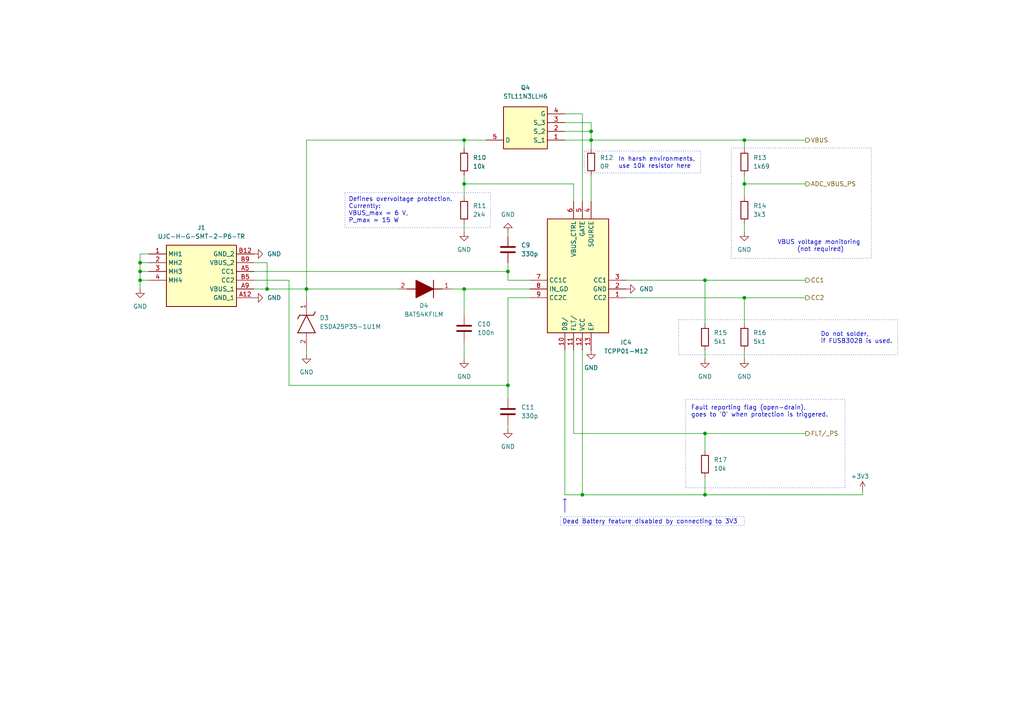
<source format=kicad_sch>
(kicad_sch
	(version 20231120)
	(generator "eeschema")
	(generator_version "8.0")
	(uuid "6914d870-6a5b-4f24-9fc3-1dd882e26195")
	(paper "A4")
	(lib_symbols
		(symbol "Device:C"
			(pin_numbers hide)
			(pin_names
				(offset 0.254)
			)
			(exclude_from_sim no)
			(in_bom yes)
			(on_board yes)
			(property "Reference" "C"
				(at 0.635 2.54 0)
				(effects
					(font
						(size 1.27 1.27)
					)
					(justify left)
				)
			)
			(property "Value" "C"
				(at 0.635 -2.54 0)
				(effects
					(font
						(size 1.27 1.27)
					)
					(justify left)
				)
			)
			(property "Footprint" ""
				(at 0.9652 -3.81 0)
				(effects
					(font
						(size 1.27 1.27)
					)
					(hide yes)
				)
			)
			(property "Datasheet" "~"
				(at 0 0 0)
				(effects
					(font
						(size 1.27 1.27)
					)
					(hide yes)
				)
			)
			(property "Description" "Unpolarized capacitor"
				(at 0 0 0)
				(effects
					(font
						(size 1.27 1.27)
					)
					(hide yes)
				)
			)
			(property "ki_keywords" "cap capacitor"
				(at 0 0 0)
				(effects
					(font
						(size 1.27 1.27)
					)
					(hide yes)
				)
			)
			(property "ki_fp_filters" "C_*"
				(at 0 0 0)
				(effects
					(font
						(size 1.27 1.27)
					)
					(hide yes)
				)
			)
			(symbol "C_0_1"
				(polyline
					(pts
						(xy -2.032 -0.762) (xy 2.032 -0.762)
					)
					(stroke
						(width 0.508)
						(type default)
					)
					(fill
						(type none)
					)
				)
				(polyline
					(pts
						(xy -2.032 0.762) (xy 2.032 0.762)
					)
					(stroke
						(width 0.508)
						(type default)
					)
					(fill
						(type none)
					)
				)
			)
			(symbol "C_1_1"
				(pin passive line
					(at 0 3.81 270)
					(length 2.794)
					(name "~"
						(effects
							(font
								(size 1.27 1.27)
							)
						)
					)
					(number "1"
						(effects
							(font
								(size 1.27 1.27)
							)
						)
					)
				)
				(pin passive line
					(at 0 -3.81 90)
					(length 2.794)
					(name "~"
						(effects
							(font
								(size 1.27 1.27)
							)
						)
					)
					(number "2"
						(effects
							(font
								(size 1.27 1.27)
							)
						)
					)
				)
			)
		)
		(symbol "Device:R"
			(pin_numbers hide)
			(pin_names
				(offset 0)
			)
			(exclude_from_sim no)
			(in_bom yes)
			(on_board yes)
			(property "Reference" "R"
				(at 2.032 0 90)
				(effects
					(font
						(size 1.27 1.27)
					)
				)
			)
			(property "Value" "R"
				(at 0 0 90)
				(effects
					(font
						(size 1.27 1.27)
					)
				)
			)
			(property "Footprint" ""
				(at -1.778 0 90)
				(effects
					(font
						(size 1.27 1.27)
					)
					(hide yes)
				)
			)
			(property "Datasheet" "~"
				(at 0 0 0)
				(effects
					(font
						(size 1.27 1.27)
					)
					(hide yes)
				)
			)
			(property "Description" "Resistor"
				(at 0 0 0)
				(effects
					(font
						(size 1.27 1.27)
					)
					(hide yes)
				)
			)
			(property "ki_keywords" "R res resistor"
				(at 0 0 0)
				(effects
					(font
						(size 1.27 1.27)
					)
					(hide yes)
				)
			)
			(property "ki_fp_filters" "R_*"
				(at 0 0 0)
				(effects
					(font
						(size 1.27 1.27)
					)
					(hide yes)
				)
			)
			(symbol "R_0_1"
				(rectangle
					(start -1.016 -2.54)
					(end 1.016 2.54)
					(stroke
						(width 0.254)
						(type default)
					)
					(fill
						(type none)
					)
				)
			)
			(symbol "R_1_1"
				(pin passive line
					(at 0 3.81 270)
					(length 1.27)
					(name "~"
						(effects
							(font
								(size 1.27 1.27)
							)
						)
					)
					(number "1"
						(effects
							(font
								(size 1.27 1.27)
							)
						)
					)
				)
				(pin passive line
					(at 0 -3.81 90)
					(length 1.27)
					(name "~"
						(effects
							(font
								(size 1.27 1.27)
							)
						)
					)
					(number "2"
						(effects
							(font
								(size 1.27 1.27)
							)
						)
					)
				)
			)
		)
		(symbol "SamacSys_Parts:BAT54KFILM"
			(pin_names hide)
			(exclude_from_sim no)
			(in_bom yes)
			(on_board yes)
			(property "Reference" "D"
				(at 11.43 5.08 0)
				(effects
					(font
						(size 1.27 1.27)
					)
					(justify left top)
				)
			)
			(property "Value" "BAT54KFILM"
				(at 11.43 2.54 0)
				(effects
					(font
						(size 1.27 1.27)
					)
					(justify left top)
				)
			)
			(property "Footprint" "SODFL1608X70N"
				(at 11.43 -97.46 0)
				(effects
					(font
						(size 1.27 1.27)
					)
					(justify left top)
					(hide yes)
				)
			)
			(property "Datasheet" "http://www.st.com/web/en/resource/technical/document/datasheet/CD00001322.pdf"
				(at 11.43 -197.46 0)
				(effects
					(font
						(size 1.27 1.27)
					)
					(justify left top)
					(hide yes)
				)
			)
			(property "Description" "BAT54KFILM, Schottky Diode,  0.3A max, 40V 5ns, 2-Pin, SOD-523"
				(at 0 0 0)
				(effects
					(font
						(size 1.27 1.27)
					)
					(hide yes)
				)
			)
			(property "Height" "0.7"
				(at 11.43 -397.46 0)
				(effects
					(font
						(size 1.27 1.27)
					)
					(justify left top)
					(hide yes)
				)
			)
			(property "Manufacturer_Name" "STMicroelectronics"
				(at 11.43 -497.46 0)
				(effects
					(font
						(size 1.27 1.27)
					)
					(justify left top)
					(hide yes)
				)
			)
			(property "Manufacturer_Part_Number" "BAT54KFILM"
				(at 11.43 -597.46 0)
				(effects
					(font
						(size 1.27 1.27)
					)
					(justify left top)
					(hide yes)
				)
			)
			(property "Mouser Part Number" "511-BAT54KFILM"
				(at 11.43 -697.46 0)
				(effects
					(font
						(size 1.27 1.27)
					)
					(justify left top)
					(hide yes)
				)
			)
			(property "Mouser Price/Stock" "https://www.mouser.co.uk/ProductDetail/STMicroelectronics/BAT54KFILM?qs=jZi1jxfVU95Y9ce6l3OT%252BA%3D%3D"
				(at 11.43 -797.46 0)
				(effects
					(font
						(size 1.27 1.27)
					)
					(justify left top)
					(hide yes)
				)
			)
			(property "Arrow Part Number" "BAT54KFILM"
				(at 11.43 -897.46 0)
				(effects
					(font
						(size 1.27 1.27)
					)
					(justify left top)
					(hide yes)
				)
			)
			(property "Arrow Price/Stock" "https://www.arrow.com/en/products/bat54kfilm/stmicroelectronics?region=europe"
				(at 11.43 -997.46 0)
				(effects
					(font
						(size 1.27 1.27)
					)
					(justify left top)
					(hide yes)
				)
			)
			(symbol "BAT54KFILM_1_1"
				(polyline
					(pts
						(xy 2.54 0) (xy 5.08 0)
					)
					(stroke
						(width 0.254)
						(type default)
					)
					(fill
						(type none)
					)
				)
				(polyline
					(pts
						(xy 5.08 2.54) (xy 5.08 -2.54)
					)
					(stroke
						(width 0.254)
						(type default)
					)
					(fill
						(type none)
					)
				)
				(polyline
					(pts
						(xy 10.16 0) (xy 12.7 0)
					)
					(stroke
						(width 0.254)
						(type default)
					)
					(fill
						(type none)
					)
				)
				(polyline
					(pts
						(xy 5.08 0) (xy 10.16 2.54) (xy 10.16 -2.54) (xy 5.08 0)
					)
					(stroke
						(width 0.254)
						(type default)
					)
					(fill
						(type outline)
					)
				)
				(pin passive line
					(at 0 0 0)
					(length 2.54)
					(name "K"
						(effects
							(font
								(size 1.27 1.27)
							)
						)
					)
					(number "1"
						(effects
							(font
								(size 1.27 1.27)
							)
						)
					)
				)
				(pin passive line
					(at 15.24 0 180)
					(length 2.54)
					(name "A"
						(effects
							(font
								(size 1.27 1.27)
							)
						)
					)
					(number "2"
						(effects
							(font
								(size 1.27 1.27)
							)
						)
					)
				)
			)
		)
		(symbol "SamacSys_Parts:ESDA25P35-1U1M"
			(pin_names hide)
			(exclude_from_sim no)
			(in_bom yes)
			(on_board yes)
			(property "Reference" "D"
				(at 10.16 8.89 0)
				(effects
					(font
						(size 1.27 1.27)
					)
					(justify left bottom)
				)
			)
			(property "Value" "ESDA25P35-1U1M"
				(at 10.16 6.35 0)
				(effects
					(font
						(size 1.27 1.27)
					)
					(justify left bottom)
				)
			)
			(property "Footprint" "ESDA25P351U1M"
				(at 10.16 -93.65 0)
				(effects
					(font
						(size 1.27 1.27)
					)
					(justify left bottom)
					(hide yes)
				)
			)
			(property "Datasheet" "https://www.st.com/resource/en/datasheet/esda25p35-1u1m.pdf"
				(at 10.16 -193.65 0)
				(effects
					(font
						(size 1.27 1.27)
					)
					(justify left bottom)
					(hide yes)
				)
			)
			(property "Description" "STMicroelectronics ESDA25P35-1U1M, Uni-Directional TVS Diode, 1400W, 2-Pin QFN"
				(at 0 0 0)
				(effects
					(font
						(size 1.27 1.27)
					)
					(hide yes)
				)
			)
			(property "Height" "0.6"
				(at 10.16 -393.65 0)
				(effects
					(font
						(size 1.27 1.27)
					)
					(justify left bottom)
					(hide yes)
				)
			)
			(property "Manufacturer_Name" "STMicroelectronics"
				(at 10.16 -493.65 0)
				(effects
					(font
						(size 1.27 1.27)
					)
					(justify left bottom)
					(hide yes)
				)
			)
			(property "Manufacturer_Part_Number" "ESDA25P35-1U1M"
				(at 10.16 -593.65 0)
				(effects
					(font
						(size 1.27 1.27)
					)
					(justify left bottom)
					(hide yes)
				)
			)
			(property "Mouser Part Number" "511-ESDA25P35-1U1M"
				(at 10.16 -693.65 0)
				(effects
					(font
						(size 1.27 1.27)
					)
					(justify left bottom)
					(hide yes)
				)
			)
			(property "Mouser Price/Stock" "https://www.mouser.co.uk/ProductDetail/STMicroelectronics/ESDA25P35-1U1M?qs=aVyJF2WnouQUWqgNP85ZrA%3D%3D"
				(at 10.16 -793.65 0)
				(effects
					(font
						(size 1.27 1.27)
					)
					(justify left bottom)
					(hide yes)
				)
			)
			(property "Arrow Part Number" "ESDA25P35-1U1M"
				(at 10.16 -893.65 0)
				(effects
					(font
						(size 1.27 1.27)
					)
					(justify left bottom)
					(hide yes)
				)
			)
			(property "Arrow Price/Stock" "https://www.arrow.com/en/products/esda25p35-1u1m/stmicroelectronics?utm_currency=USD&region=europe"
				(at 10.16 -993.65 0)
				(effects
					(font
						(size 1.27 1.27)
					)
					(justify left bottom)
					(hide yes)
				)
			)
			(symbol "ESDA25P35-1U1M_1_1"
				(polyline
					(pts
						(xy 4.064 2.54) (xy 5.08 2.032)
					)
					(stroke
						(width 0.254)
						(type default)
					)
					(fill
						(type none)
					)
				)
				(polyline
					(pts
						(xy 5.08 -2.032) (xy 5.08 2.032)
					)
					(stroke
						(width 0.254)
						(type default)
					)
					(fill
						(type none)
					)
				)
				(polyline
					(pts
						(xy 5.08 -2.032) (xy 6.096 -2.54)
					)
					(stroke
						(width 0.254)
						(type default)
					)
					(fill
						(type none)
					)
				)
				(polyline
					(pts
						(xy 5.08 0) (xy 10.16 2.54)
					)
					(stroke
						(width 0.254)
						(type default)
					)
					(fill
						(type none)
					)
				)
				(polyline
					(pts
						(xy 10.16 -2.54) (xy 5.08 0)
					)
					(stroke
						(width 0.254)
						(type default)
					)
					(fill
						(type none)
					)
				)
				(polyline
					(pts
						(xy 10.16 -2.54) (xy 10.16 2.54)
					)
					(stroke
						(width 0.254)
						(type default)
					)
					(fill
						(type none)
					)
				)
				(pin passive line
					(at 0 0 0)
					(length 5.08)
					(name "K"
						(effects
							(font
								(size 1.27 1.27)
							)
						)
					)
					(number "1"
						(effects
							(font
								(size 1.27 1.27)
							)
						)
					)
				)
				(pin passive line
					(at 15.24 0 180)
					(length 5.08)
					(name "A"
						(effects
							(font
								(size 1.27 1.27)
							)
						)
					)
					(number "2"
						(effects
							(font
								(size 1.27 1.27)
							)
						)
					)
				)
			)
		)
		(symbol "SamacSys_Parts:STL11N3LLH6"
			(exclude_from_sim no)
			(in_bom yes)
			(on_board yes)
			(property "Reference" "Q"
				(at 19.05 7.62 0)
				(effects
					(font
						(size 1.27 1.27)
					)
					(justify left top)
				)
			)
			(property "Value" "STL11N3LLH6"
				(at 19.05 5.08 0)
				(effects
					(font
						(size 1.27 1.27)
					)
					(justify left top)
				)
			)
			(property "Footprint" "STL20N6F7"
				(at 19.05 -94.92 0)
				(effects
					(font
						(size 1.27 1.27)
					)
					(justify left top)
					(hide yes)
				)
			)
			(property "Datasheet" "https://www.st.com/resource/en/datasheet/stl11n3llh6.pdf"
				(at 19.05 -194.92 0)
				(effects
					(font
						(size 1.27 1.27)
					)
					(justify left top)
					(hide yes)
				)
			)
			(property "Description" "MOSFET N-Ch 30V 0.006 Ohm 11A STripFET VI Deep"
				(at 7.62 -14.986 0)
				(effects
					(font
						(size 1.27 1.27)
					)
					(hide yes)
				)
			)
			(property "Height" ""
				(at 19.05 -394.92 0)
				(effects
					(font
						(size 1.27 1.27)
					)
					(justify left top)
					(hide yes)
				)
			)
			(property "Manufacturer_Name" "STMicroelectronics"
				(at 19.05 -494.92 0)
				(effects
					(font
						(size 1.27 1.27)
					)
					(justify left top)
					(hide yes)
				)
			)
			(property "Manufacturer_Part_Number" "STL11N3LLH6"
				(at 19.05 -594.92 0)
				(effects
					(font
						(size 1.27 1.27)
					)
					(justify left top)
					(hide yes)
				)
			)
			(property "Mouser Part Number" "511-STL11N3LLH6"
				(at 19.05 -694.92 0)
				(effects
					(font
						(size 1.27 1.27)
					)
					(justify left top)
					(hide yes)
				)
			)
			(property "Mouser Price/Stock" "https://www.mouser.co.uk/ProductDetail/STMicroelectronics/STL11N3LLH6?qs=CBOTe0%252BbgkbnVaR%2FX25%2FKw%3D%3D"
				(at 19.05 -794.92 0)
				(effects
					(font
						(size 1.27 1.27)
					)
					(justify left top)
					(hide yes)
				)
			)
			(property "Arrow Part Number" "STL11N3LLH6"
				(at 19.05 -894.92 0)
				(effects
					(font
						(size 1.27 1.27)
					)
					(justify left top)
					(hide yes)
				)
			)
			(property "Arrow Price/Stock" "https://www.arrow.com/en/products/stl11n3llh6/stmicroelectronics?region=nac"
				(at 19.05 -994.92 0)
				(effects
					(font
						(size 1.27 1.27)
					)
					(justify left top)
					(hide yes)
				)
			)
			(symbol "STL11N3LLH6_1_1"
				(rectangle
					(start 5.08 2.54)
					(end 17.78 -9.652)
					(stroke
						(width 0.254)
						(type default)
					)
					(fill
						(type background)
					)
				)
				(pin passive line
					(at 0 0 0)
					(length 5.08)
					(name "S_1"
						(effects
							(font
								(size 1.27 1.27)
							)
						)
					)
					(number "1"
						(effects
							(font
								(size 1.27 1.27)
							)
						)
					)
				)
				(pin passive line
					(at 0 -2.54 0)
					(length 5.08)
					(name "S_2"
						(effects
							(font
								(size 1.27 1.27)
							)
						)
					)
					(number "2"
						(effects
							(font
								(size 1.27 1.27)
							)
						)
					)
				)
				(pin passive line
					(at 0 -5.08 0)
					(length 5.08)
					(name "S_3"
						(effects
							(font
								(size 1.27 1.27)
							)
						)
					)
					(number "3"
						(effects
							(font
								(size 1.27 1.27)
							)
						)
					)
				)
				(pin passive line
					(at 0 -7.62 0)
					(length 5.08)
					(name "G"
						(effects
							(font
								(size 1.27 1.27)
							)
						)
					)
					(number "4"
						(effects
							(font
								(size 1.27 1.27)
							)
						)
					)
				)
				(pin passive line
					(at 22.86 0 180)
					(length 5.08)
					(name "D"
						(effects
							(font
								(size 1.27 1.27)
							)
						)
					)
					(number "5"
						(effects
							(font
								(size 1.27 1.27)
							)
						)
					)
				)
			)
		)
		(symbol "SamacSys_Parts:TCPP01-M12"
			(exclude_from_sim no)
			(in_bom yes)
			(on_board yes)
			(property "Reference" "IC"
				(at 24.13 15.24 0)
				(effects
					(font
						(size 1.27 1.27)
					)
					(justify left top)
				)
			)
			(property "Value" "TCPP01-M12"
				(at 24.13 12.7 0)
				(effects
					(font
						(size 1.27 1.27)
					)
					(justify left top)
				)
			)
			(property "Footprint" "QFN50P300X300X100-13N-D"
				(at 24.13 -87.3 0)
				(effects
					(font
						(size 1.27 1.27)
					)
					(justify left top)
					(hide yes)
				)
			)
			(property "Datasheet" "https://www.st.com/resource/en/datasheet/tcpp01-m12.pdf"
				(at 24.13 -187.3 0)
				(effects
					(font
						(size 1.27 1.27)
					)
					(justify left top)
					(hide yes)
				)
			)
			(property "Description" "USB type-C port protection"
				(at 0 0 0)
				(effects
					(font
						(size 1.27 1.27)
					)
					(hide yes)
				)
			)
			(property "Height" "1"
				(at 24.13 -387.3 0)
				(effects
					(font
						(size 1.27 1.27)
					)
					(justify left top)
					(hide yes)
				)
			)
			(property "Manufacturer_Name" "STMicroelectronics"
				(at 24.13 -487.3 0)
				(effects
					(font
						(size 1.27 1.27)
					)
					(justify left top)
					(hide yes)
				)
			)
			(property "Manufacturer_Part_Number" "TCPP01-M12"
				(at 24.13 -587.3 0)
				(effects
					(font
						(size 1.27 1.27)
					)
					(justify left top)
					(hide yes)
				)
			)
			(property "Mouser Part Number" "511-TCPP01-M12"
				(at 24.13 -687.3 0)
				(effects
					(font
						(size 1.27 1.27)
					)
					(justify left top)
					(hide yes)
				)
			)
			(property "Mouser Price/Stock" "https://www.mouser.co.uk/ProductDetail/STMicroelectronics/TCPP01-M12?qs=%252B6g0mu59x7KCafIwapwG2A%3D%3D"
				(at 24.13 -787.3 0)
				(effects
					(font
						(size 1.27 1.27)
					)
					(justify left top)
					(hide yes)
				)
			)
			(property "Arrow Part Number" "TCPP01-M12"
				(at 24.13 -887.3 0)
				(effects
					(font
						(size 1.27 1.27)
					)
					(justify left top)
					(hide yes)
				)
			)
			(property "Arrow Price/Stock" "https://www.arrow.com/en/products/tcpp01-m12/stmicroelectronics?region=nac"
				(at 24.13 -987.3 0)
				(effects
					(font
						(size 1.27 1.27)
					)
					(justify left top)
					(hide yes)
				)
			)
			(symbol "TCPP01-M12_1_1"
				(rectangle
					(start 5.08 10.16)
					(end 22.86 -22.86)
					(stroke
						(width 0.254)
						(type default)
					)
					(fill
						(type background)
					)
				)
				(pin passive line
					(at 0 0 0)
					(length 5.08)
					(name "CC2"
						(effects
							(font
								(size 1.27 1.27)
							)
						)
					)
					(number "1"
						(effects
							(font
								(size 1.27 1.27)
							)
						)
					)
				)
				(pin passive line
					(at 17.78 15.24 270)
					(length 5.08)
					(name "DB/"
						(effects
							(font
								(size 1.27 1.27)
							)
						)
					)
					(number "10"
						(effects
							(font
								(size 1.27 1.27)
							)
						)
					)
				)
				(pin passive line
					(at 15.24 15.24 270)
					(length 5.08)
					(name "FLT/"
						(effects
							(font
								(size 1.27 1.27)
							)
						)
					)
					(number "11"
						(effects
							(font
								(size 1.27 1.27)
							)
						)
					)
				)
				(pin passive line
					(at 12.7 15.24 270)
					(length 5.08)
					(name "VCC"
						(effects
							(font
								(size 1.27 1.27)
							)
						)
					)
					(number "12"
						(effects
							(font
								(size 1.27 1.27)
							)
						)
					)
				)
				(pin passive line
					(at 10.16 15.24 270)
					(length 5.08)
					(name "EP"
						(effects
							(font
								(size 1.27 1.27)
							)
						)
					)
					(number "13"
						(effects
							(font
								(size 1.27 1.27)
							)
						)
					)
				)
				(pin passive line
					(at 0 -2.54 0)
					(length 5.08)
					(name "GND"
						(effects
							(font
								(size 1.27 1.27)
							)
						)
					)
					(number "2"
						(effects
							(font
								(size 1.27 1.27)
							)
						)
					)
				)
				(pin passive line
					(at 0 -5.08 0)
					(length 5.08)
					(name "CC1"
						(effects
							(font
								(size 1.27 1.27)
							)
						)
					)
					(number "3"
						(effects
							(font
								(size 1.27 1.27)
							)
						)
					)
				)
				(pin passive line
					(at 10.16 -27.94 90)
					(length 5.08)
					(name "SOURCE"
						(effects
							(font
								(size 1.27 1.27)
							)
						)
					)
					(number "4"
						(effects
							(font
								(size 1.27 1.27)
							)
						)
					)
				)
				(pin passive line
					(at 12.7 -27.94 90)
					(length 5.08)
					(name "GATE"
						(effects
							(font
								(size 1.27 1.27)
							)
						)
					)
					(number "5"
						(effects
							(font
								(size 1.27 1.27)
							)
						)
					)
				)
				(pin passive line
					(at 15.24 -27.94 90)
					(length 5.08)
					(name "VBUS_CTRL"
						(effects
							(font
								(size 1.27 1.27)
							)
						)
					)
					(number "6"
						(effects
							(font
								(size 1.27 1.27)
							)
						)
					)
				)
				(pin passive line
					(at 27.94 -5.08 180)
					(length 5.08)
					(name "CC1C"
						(effects
							(font
								(size 1.27 1.27)
							)
						)
					)
					(number "7"
						(effects
							(font
								(size 1.27 1.27)
							)
						)
					)
				)
				(pin passive line
					(at 27.94 -2.54 180)
					(length 5.08)
					(name "IN_GD"
						(effects
							(font
								(size 1.27 1.27)
							)
						)
					)
					(number "8"
						(effects
							(font
								(size 1.27 1.27)
							)
						)
					)
				)
				(pin passive line
					(at 27.94 0 180)
					(length 5.08)
					(name "CC2C"
						(effects
							(font
								(size 1.27 1.27)
							)
						)
					)
					(number "9"
						(effects
							(font
								(size 1.27 1.27)
							)
						)
					)
				)
			)
		)
		(symbol "SamacSys_Parts:UJC-H-G-SMT-2-P6-TR"
			(exclude_from_sim no)
			(in_bom yes)
			(on_board yes)
			(property "Reference" "J"
				(at 26.67 7.62 0)
				(effects
					(font
						(size 1.27 1.27)
					)
					(justify left top)
				)
			)
			(property "Value" "UJC-H-G-SMT-2-P6-TR"
				(at 26.67 5.08 0)
				(effects
					(font
						(size 1.27 1.27)
					)
					(justify left top)
				)
			)
			(property "Footprint" "UJCHGSMT2P6TR"
				(at 26.67 -94.92 0)
				(effects
					(font
						(size 1.27 1.27)
					)
					(justify left top)
					(hide yes)
				)
			)
			(property "Datasheet" "https://www.sameskydevices.com/product/resource/ujc-h-g-smt-2-p6-tr.pdf"
				(at 26.67 -194.92 0)
				(effects
					(font
						(size 1.27 1.27)
					)
					(justify left top)
					(hide yes)
				)
			)
			(property "Description" "Type C, Power Only, 30 Vac, 3 A, Horizontal, Gold plated 1u, Surface Mount,6 pin, USB Receptacle"
				(at 6.604 -18.542 0)
				(effects
					(font
						(size 1.27 1.27)
					)
					(hide yes)
				)
			)
			(property "Height" "3.36"
				(at 26.67 -394.92 0)
				(effects
					(font
						(size 1.27 1.27)
					)
					(justify left top)
					(hide yes)
				)
			)
			(property "Manufacturer_Name" "Same Sky"
				(at 26.67 -494.92 0)
				(effects
					(font
						(size 1.27 1.27)
					)
					(justify left top)
					(hide yes)
				)
			)
			(property "Manufacturer_Part_Number" "UJC-H-G-SMT-2-P6-TR"
				(at 26.67 -594.92 0)
				(effects
					(font
						(size 1.27 1.27)
					)
					(justify left top)
					(hide yes)
				)
			)
			(property "Mouser Part Number" "179-UJCHGSMT2P6TR"
				(at 26.67 -694.92 0)
				(effects
					(font
						(size 1.27 1.27)
					)
					(justify left top)
					(hide yes)
				)
			)
			(property "Mouser Price/Stock" "https://www.mouser.co.uk/ProductDetail/Same-Sky/UJC-H-G-SMT-2-P6-TR?qs=IKkN%2F947nfApFV8T6rOqww%3D%3D"
				(at 26.67 -794.92 0)
				(effects
					(font
						(size 1.27 1.27)
					)
					(justify left top)
					(hide yes)
				)
			)
			(property "Arrow Part Number" ""
				(at 26.67 -894.92 0)
				(effects
					(font
						(size 1.27 1.27)
					)
					(justify left top)
					(hide yes)
				)
			)
			(property "Arrow Price/Stock" ""
				(at 26.67 -994.92 0)
				(effects
					(font
						(size 1.27 1.27)
					)
					(justify left top)
					(hide yes)
				)
			)
			(symbol "UJC-H-G-SMT-2-P6-TR_1_1"
				(rectangle
					(start 5.08 2.54)
					(end 25.4 -15.24)
					(stroke
						(width 0.254)
						(type default)
					)
					(fill
						(type background)
					)
				)
				(pin passive line
					(at 0 0 0)
					(length 5.08)
					(name "MH1"
						(effects
							(font
								(size 1.27 1.27)
							)
						)
					)
					(number "1"
						(effects
							(font
								(size 1.27 1.27)
							)
						)
					)
				)
				(pin passive line
					(at 0 -2.54 0)
					(length 5.08)
					(name "MH2"
						(effects
							(font
								(size 1.27 1.27)
							)
						)
					)
					(number "2"
						(effects
							(font
								(size 1.27 1.27)
							)
						)
					)
				)
				(pin passive line
					(at 0 -5.08 0)
					(length 5.08)
					(name "MH3"
						(effects
							(font
								(size 1.27 1.27)
							)
						)
					)
					(number "3"
						(effects
							(font
								(size 1.27 1.27)
							)
						)
					)
				)
				(pin passive line
					(at 0 -7.62 0)
					(length 5.08)
					(name "MH4"
						(effects
							(font
								(size 1.27 1.27)
							)
						)
					)
					(number "4"
						(effects
							(font
								(size 1.27 1.27)
							)
						)
					)
				)
				(pin passive line
					(at 30.48 -12.7 180)
					(length 5.08)
					(name "GND_1"
						(effects
							(font
								(size 1.27 1.27)
							)
						)
					)
					(number "A12"
						(effects
							(font
								(size 1.27 1.27)
							)
						)
					)
				)
				(pin passive line
					(at 30.48 -5.08 180)
					(length 5.08)
					(name "CC1"
						(effects
							(font
								(size 1.27 1.27)
							)
						)
					)
					(number "A5"
						(effects
							(font
								(size 1.27 1.27)
							)
						)
					)
				)
				(pin passive line
					(at 30.48 -10.16 180)
					(length 5.08)
					(name "VBUS_1"
						(effects
							(font
								(size 1.27 1.27)
							)
						)
					)
					(number "A9"
						(effects
							(font
								(size 1.27 1.27)
							)
						)
					)
				)
				(pin passive line
					(at 30.48 0 180)
					(length 5.08)
					(name "GND_2"
						(effects
							(font
								(size 1.27 1.27)
							)
						)
					)
					(number "B12"
						(effects
							(font
								(size 1.27 1.27)
							)
						)
					)
				)
				(pin passive line
					(at 30.48 -7.62 180)
					(length 5.08)
					(name "CC2"
						(effects
							(font
								(size 1.27 1.27)
							)
						)
					)
					(number "B5"
						(effects
							(font
								(size 1.27 1.27)
							)
						)
					)
				)
				(pin passive line
					(at 30.48 -2.54 180)
					(length 5.08)
					(name "VBUS_2"
						(effects
							(font
								(size 1.27 1.27)
							)
						)
					)
					(number "B9"
						(effects
							(font
								(size 1.27 1.27)
							)
						)
					)
				)
			)
		)
		(symbol "power:+3V3"
			(power)
			(pin_numbers hide)
			(pin_names
				(offset 0) hide)
			(exclude_from_sim no)
			(in_bom yes)
			(on_board yes)
			(property "Reference" "#PWR"
				(at 0 -3.81 0)
				(effects
					(font
						(size 1.27 1.27)
					)
					(hide yes)
				)
			)
			(property "Value" "+3V3"
				(at 0 3.556 0)
				(effects
					(font
						(size 1.27 1.27)
					)
				)
			)
			(property "Footprint" ""
				(at 0 0 0)
				(effects
					(font
						(size 1.27 1.27)
					)
					(hide yes)
				)
			)
			(property "Datasheet" ""
				(at 0 0 0)
				(effects
					(font
						(size 1.27 1.27)
					)
					(hide yes)
				)
			)
			(property "Description" "Power symbol creates a global label with name \"+3V3\""
				(at 0 0 0)
				(effects
					(font
						(size 1.27 1.27)
					)
					(hide yes)
				)
			)
			(property "ki_keywords" "global power"
				(at 0 0 0)
				(effects
					(font
						(size 1.27 1.27)
					)
					(hide yes)
				)
			)
			(symbol "+3V3_0_1"
				(polyline
					(pts
						(xy -0.762 1.27) (xy 0 2.54)
					)
					(stroke
						(width 0)
						(type default)
					)
					(fill
						(type none)
					)
				)
				(polyline
					(pts
						(xy 0 0) (xy 0 2.54)
					)
					(stroke
						(width 0)
						(type default)
					)
					(fill
						(type none)
					)
				)
				(polyline
					(pts
						(xy 0 2.54) (xy 0.762 1.27)
					)
					(stroke
						(width 0)
						(type default)
					)
					(fill
						(type none)
					)
				)
			)
			(symbol "+3V3_1_1"
				(pin power_in line
					(at 0 0 90)
					(length 0)
					(name "~"
						(effects
							(font
								(size 1.27 1.27)
							)
						)
					)
					(number "1"
						(effects
							(font
								(size 1.27 1.27)
							)
						)
					)
				)
			)
		)
		(symbol "power:GND"
			(power)
			(pin_numbers hide)
			(pin_names
				(offset 0) hide)
			(exclude_from_sim no)
			(in_bom yes)
			(on_board yes)
			(property "Reference" "#PWR"
				(at 0 -6.35 0)
				(effects
					(font
						(size 1.27 1.27)
					)
					(hide yes)
				)
			)
			(property "Value" "GND"
				(at 0 -3.81 0)
				(effects
					(font
						(size 1.27 1.27)
					)
				)
			)
			(property "Footprint" ""
				(at 0 0 0)
				(effects
					(font
						(size 1.27 1.27)
					)
					(hide yes)
				)
			)
			(property "Datasheet" ""
				(at 0 0 0)
				(effects
					(font
						(size 1.27 1.27)
					)
					(hide yes)
				)
			)
			(property "Description" "Power symbol creates a global label with name \"GND\" , ground"
				(at 0 0 0)
				(effects
					(font
						(size 1.27 1.27)
					)
					(hide yes)
				)
			)
			(property "ki_keywords" "global power"
				(at 0 0 0)
				(effects
					(font
						(size 1.27 1.27)
					)
					(hide yes)
				)
			)
			(symbol "GND_0_1"
				(polyline
					(pts
						(xy 0 0) (xy 0 -1.27) (xy 1.27 -1.27) (xy 0 -2.54) (xy -1.27 -1.27) (xy 0 -1.27)
					)
					(stroke
						(width 0)
						(type default)
					)
					(fill
						(type none)
					)
				)
			)
			(symbol "GND_1_1"
				(pin power_in line
					(at 0 0 270)
					(length 0)
					(name "~"
						(effects
							(font
								(size 1.27 1.27)
							)
						)
					)
					(number "1"
						(effects
							(font
								(size 1.27 1.27)
							)
						)
					)
				)
			)
		)
	)
	(junction
		(at 40.64 78.74)
		(diameter 0)
		(color 0 0 0 0)
		(uuid "077587de-3999-4041-ab40-f03ef2d40365")
	)
	(junction
		(at 134.62 83.82)
		(diameter 0)
		(color 0 0 0 0)
		(uuid "2423a675-1363-4167-a106-63d6bf8f9a49")
	)
	(junction
		(at 134.62 53.34)
		(diameter 0)
		(color 0 0 0 0)
		(uuid "322bc129-ba0c-470b-b9c4-79ff190a9df0")
	)
	(junction
		(at 168.91 143.51)
		(diameter 0)
		(color 0 0 0 0)
		(uuid "32d1b82c-ad99-4543-b36e-bb4f15e77b36")
	)
	(junction
		(at 147.32 78.74)
		(diameter 0)
		(color 0 0 0 0)
		(uuid "39bb54e5-f6b2-43e5-8055-a7a0fd30e049")
	)
	(junction
		(at 147.32 111.76)
		(diameter 0)
		(color 0 0 0 0)
		(uuid "43134045-a9d3-4c97-8e44-aff5efaabe95")
	)
	(junction
		(at 215.9 53.34)
		(diameter 0)
		(color 0 0 0 0)
		(uuid "5c415539-db59-46c5-a585-3359124bf51d")
	)
	(junction
		(at 134.62 40.64)
		(diameter 0)
		(color 0 0 0 0)
		(uuid "704cb99e-974e-4a14-97ad-4274655b51a1")
	)
	(junction
		(at 204.47 143.51)
		(diameter 0)
		(color 0 0 0 0)
		(uuid "73ccb220-0be7-4286-8bd4-ddb863c56d2a")
	)
	(junction
		(at 88.9 83.82)
		(diameter 0)
		(color 0 0 0 0)
		(uuid "8f2b2742-3c38-4ce5-8a52-339a14ce294f")
	)
	(junction
		(at 171.45 40.64)
		(diameter 0)
		(color 0 0 0 0)
		(uuid "9c4bffd5-5f7b-4a09-a1ad-29816196ed15")
	)
	(junction
		(at 215.9 40.64)
		(diameter 0)
		(color 0 0 0 0)
		(uuid "a3c1a7a1-7dac-4013-9421-bb5564f61d19")
	)
	(junction
		(at 171.45 38.1)
		(diameter 0)
		(color 0 0 0 0)
		(uuid "b351285c-b600-487c-a14f-6374a3ac7d4b")
	)
	(junction
		(at 77.47 83.82)
		(diameter 0)
		(color 0 0 0 0)
		(uuid "be9eb128-5776-4603-b2ec-d3ab8e05f31d")
	)
	(junction
		(at 40.64 81.28)
		(diameter 0)
		(color 0 0 0 0)
		(uuid "c0ddfc60-e76d-41b7-a0f5-a3d6a0a36454")
	)
	(junction
		(at 40.64 76.2)
		(diameter 0)
		(color 0 0 0 0)
		(uuid "c89cc429-a190-4fd7-ba00-76154f1d75b9")
	)
	(junction
		(at 204.47 81.28)
		(diameter 0)
		(color 0 0 0 0)
		(uuid "e3fec87b-0123-457a-a9ad-dcdd830dea7f")
	)
	(junction
		(at 204.47 125.73)
		(diameter 0)
		(color 0 0 0 0)
		(uuid "f1abaa89-db5d-47b5-8201-1a30a08a84a2")
	)
	(junction
		(at 215.9 86.36)
		(diameter 0)
		(color 0 0 0 0)
		(uuid "fc72e684-e6d8-4bd9-8d2b-5b4da33fdfc2")
	)
	(wire
		(pts
			(xy 204.47 125.73) (xy 204.47 130.81)
		)
		(stroke
			(width 0)
			(type default)
		)
		(uuid "005de43b-d1a0-46f0-bd56-f2fbb0da273e")
	)
	(wire
		(pts
			(xy 171.45 40.64) (xy 215.9 40.64)
		)
		(stroke
			(width 0)
			(type default)
		)
		(uuid "00c1ca3b-278c-4d58-93f8-c6865641b0b5")
	)
	(wire
		(pts
			(xy 204.47 125.73) (xy 233.68 125.73)
		)
		(stroke
			(width 0)
			(type default)
		)
		(uuid "02313fb3-5726-4a35-ae65-05669661c854")
	)
	(wire
		(pts
			(xy 77.47 76.2) (xy 73.66 76.2)
		)
		(stroke
			(width 0)
			(type default)
		)
		(uuid "0289b7c3-3b91-4322-8a1c-2af552d17515")
	)
	(wire
		(pts
			(xy 147.32 111.76) (xy 147.32 115.57)
		)
		(stroke
			(width 0)
			(type default)
		)
		(uuid "02c1be65-2b6e-4cb9-b710-c217e91102ad")
	)
	(wire
		(pts
			(xy 77.47 76.2) (xy 77.47 83.82)
		)
		(stroke
			(width 0)
			(type default)
		)
		(uuid "0437841a-da90-49ec-a1ff-e31ae660696d")
	)
	(wire
		(pts
			(xy 168.91 33.02) (xy 163.83 33.02)
		)
		(stroke
			(width 0)
			(type default)
		)
		(uuid "07969f5a-f3a0-4356-b366-c45a9736e371")
	)
	(wire
		(pts
			(xy 147.32 67.31) (xy 147.32 68.58)
		)
		(stroke
			(width 0)
			(type default)
		)
		(uuid "10fc273a-ffa0-4272-b9d9-3ffd2f8f07a9")
	)
	(wire
		(pts
			(xy 204.47 101.6) (xy 204.47 104.14)
		)
		(stroke
			(width 0)
			(type default)
		)
		(uuid "1195b443-23f2-43f7-bdf5-707fce1400d8")
	)
	(wire
		(pts
			(xy 171.45 40.64) (xy 171.45 43.18)
		)
		(stroke
			(width 0)
			(type default)
		)
		(uuid "19eb9887-1ff0-48ed-8cfd-97f630876c0c")
	)
	(wire
		(pts
			(xy 134.62 64.77) (xy 134.62 67.31)
		)
		(stroke
			(width 0)
			(type default)
		)
		(uuid "1cd0e89f-8de6-4fbb-b89a-be9ae50871b6")
	)
	(wire
		(pts
			(xy 215.9 86.36) (xy 181.61 86.36)
		)
		(stroke
			(width 0)
			(type default)
		)
		(uuid "206160d0-77aa-47b7-98e2-a084116af3ec")
	)
	(wire
		(pts
			(xy 171.45 35.56) (xy 163.83 35.56)
		)
		(stroke
			(width 0)
			(type default)
		)
		(uuid "23ff7fb9-c221-4e3d-a32c-98d452b9df57")
	)
	(wire
		(pts
			(xy 233.68 40.64) (xy 215.9 40.64)
		)
		(stroke
			(width 0)
			(type default)
		)
		(uuid "2b18648c-09b3-45fc-b87f-720e96a0216b")
	)
	(wire
		(pts
			(xy 134.62 50.8) (xy 134.62 53.34)
		)
		(stroke
			(width 0)
			(type default)
		)
		(uuid "2b668ef9-f25d-4a21-96d6-312f74f7dcca")
	)
	(wire
		(pts
			(xy 134.62 40.64) (xy 134.62 43.18)
		)
		(stroke
			(width 0)
			(type default)
		)
		(uuid "323d2bd3-a773-40fa-9d93-6d117045260d")
	)
	(wire
		(pts
			(xy 233.68 86.36) (xy 215.9 86.36)
		)
		(stroke
			(width 0)
			(type default)
		)
		(uuid "389c7ea9-be2e-4286-888c-8488f2b5dd41")
	)
	(wire
		(pts
			(xy 215.9 86.36) (xy 215.9 93.98)
		)
		(stroke
			(width 0)
			(type default)
		)
		(uuid "38b76232-e749-4a2d-a098-a236c170e667")
	)
	(wire
		(pts
			(xy 140.97 40.64) (xy 134.62 40.64)
		)
		(stroke
			(width 0)
			(type default)
		)
		(uuid "44288069-9648-45e0-927a-f8ff4fa20de0")
	)
	(wire
		(pts
			(xy 130.81 83.82) (xy 134.62 83.82)
		)
		(stroke
			(width 0)
			(type default)
		)
		(uuid "44529e16-0c4d-452d-80d3-4d7f8dc9a5a1")
	)
	(wire
		(pts
			(xy 204.47 81.28) (xy 181.61 81.28)
		)
		(stroke
			(width 0)
			(type default)
		)
		(uuid "46178145-ef0a-42c6-b246-f36bf1d2ac38")
	)
	(wire
		(pts
			(xy 204.47 143.51) (xy 250.19 143.51)
		)
		(stroke
			(width 0)
			(type default)
		)
		(uuid "4c62b109-e492-43ac-8528-f91f7d7e5d6e")
	)
	(wire
		(pts
			(xy 83.82 111.76) (xy 147.32 111.76)
		)
		(stroke
			(width 0)
			(type default)
		)
		(uuid "543bafe2-f611-4ffb-b683-aa248ff8d1c0")
	)
	(wire
		(pts
			(xy 204.47 81.28) (xy 204.47 93.98)
		)
		(stroke
			(width 0)
			(type default)
		)
		(uuid "5523b79f-073c-454b-9166-825c288a9756")
	)
	(wire
		(pts
			(xy 40.64 81.28) (xy 43.18 81.28)
		)
		(stroke
			(width 0)
			(type default)
		)
		(uuid "55542907-1e60-4216-85f8-d80c8cb4dc1d")
	)
	(wire
		(pts
			(xy 204.47 138.43) (xy 204.47 143.51)
		)
		(stroke
			(width 0)
			(type default)
		)
		(uuid "59f5454e-07d3-42f2-a7bf-08bd98cadbb6")
	)
	(wire
		(pts
			(xy 88.9 101.6) (xy 88.9 102.87)
		)
		(stroke
			(width 0)
			(type default)
		)
		(uuid "5e668604-2da8-4b34-9e0b-17dfc6b7bbb0")
	)
	(wire
		(pts
			(xy 147.32 76.2) (xy 147.32 78.74)
		)
		(stroke
			(width 0)
			(type default)
		)
		(uuid "6c50b8f2-29d2-4a86-b1fa-28f9dc750ece")
	)
	(wire
		(pts
			(xy 77.47 83.82) (xy 88.9 83.82)
		)
		(stroke
			(width 0)
			(type default)
		)
		(uuid "6e77fdeb-af31-4d02-9ab5-04af5edd25ba")
	)
	(wire
		(pts
			(xy 88.9 83.82) (xy 88.9 86.36)
		)
		(stroke
			(width 0)
			(type default)
		)
		(uuid "72660994-7a45-4737-be86-9795c805b46f")
	)
	(wire
		(pts
			(xy 73.66 83.82) (xy 77.47 83.82)
		)
		(stroke
			(width 0)
			(type default)
		)
		(uuid "73aeaafb-1f63-4f52-936b-8ae33f6391bf")
	)
	(wire
		(pts
			(xy 147.32 81.28) (xy 153.67 81.28)
		)
		(stroke
			(width 0)
			(type default)
		)
		(uuid "7646c4e0-ac17-4bec-82fd-447ff0c1655b")
	)
	(wire
		(pts
			(xy 166.37 125.73) (xy 204.47 125.73)
		)
		(stroke
			(width 0)
			(type default)
		)
		(uuid "833c7e34-0150-411e-ab4c-a366a1eb2d99")
	)
	(wire
		(pts
			(xy 134.62 104.14) (xy 134.62 99.06)
		)
		(stroke
			(width 0)
			(type default)
		)
		(uuid "8721b656-0a30-43d5-8388-ca4c7b9b9e73")
	)
	(wire
		(pts
			(xy 40.64 81.28) (xy 40.64 83.82)
		)
		(stroke
			(width 0)
			(type default)
		)
		(uuid "89647495-8616-489a-9a86-458700e75a6f")
	)
	(wire
		(pts
			(xy 215.9 53.34) (xy 215.9 57.15)
		)
		(stroke
			(width 0)
			(type default)
		)
		(uuid "96173775-5d44-4ea9-8cbb-20e1301a99e9")
	)
	(wire
		(pts
			(xy 134.62 83.82) (xy 153.67 83.82)
		)
		(stroke
			(width 0)
			(type default)
		)
		(uuid "96bdbbba-2a0c-45bc-ba67-fc026c35ca44")
	)
	(wire
		(pts
			(xy 147.32 78.74) (xy 147.32 81.28)
		)
		(stroke
			(width 0)
			(type default)
		)
		(uuid "9974f0bb-7888-43bc-a847-9afc69962da2")
	)
	(wire
		(pts
			(xy 171.45 50.8) (xy 171.45 58.42)
		)
		(stroke
			(width 0)
			(type default)
		)
		(uuid "9bf7762f-ae5b-4a57-8ba4-b53aac3551f4")
	)
	(wire
		(pts
			(xy 233.68 81.28) (xy 204.47 81.28)
		)
		(stroke
			(width 0)
			(type default)
		)
		(uuid "9c32828f-1b67-43f3-8ac4-21919f3a9297")
	)
	(wire
		(pts
			(xy 73.66 81.28) (xy 83.82 81.28)
		)
		(stroke
			(width 0)
			(type default)
		)
		(uuid "9c6df500-6a58-45d9-bc74-93786e1bfda7")
	)
	(wire
		(pts
			(xy 43.18 73.66) (xy 40.64 73.66)
		)
		(stroke
			(width 0)
			(type default)
		)
		(uuid "a369ac85-9f4d-46ab-b053-5b05c7f106de")
	)
	(wire
		(pts
			(xy 168.91 101.6) (xy 168.91 143.51)
		)
		(stroke
			(width 0)
			(type default)
		)
		(uuid "a8ed39ea-6de6-4b84-866b-34f15f1077b3")
	)
	(wire
		(pts
			(xy 166.37 58.42) (xy 166.37 53.34)
		)
		(stroke
			(width 0)
			(type default)
		)
		(uuid "b2229e3a-7c4f-4aae-8d93-0cdefed019d1")
	)
	(wire
		(pts
			(xy 40.64 78.74) (xy 40.64 81.28)
		)
		(stroke
			(width 0)
			(type default)
		)
		(uuid "b425d379-7afb-4c60-8911-16557fed5a34")
	)
	(wire
		(pts
			(xy 215.9 101.6) (xy 215.9 104.14)
		)
		(stroke
			(width 0)
			(type default)
		)
		(uuid "b6b1bdc0-ef78-4481-b35b-663fe2f28f12")
	)
	(wire
		(pts
			(xy 73.66 78.74) (xy 147.32 78.74)
		)
		(stroke
			(width 0)
			(type default)
		)
		(uuid "b981de3f-253a-4165-b916-f83c778f6b57")
	)
	(polyline
		(pts
			(xy 163.83 144.78) (xy 163.83 148.59)
		)
		(stroke
			(width 0)
			(type default)
		)
		(uuid "ba67eb3a-edc2-4c18-9764-bde8a64800b9")
	)
	(wire
		(pts
			(xy 134.62 83.82) (xy 134.62 91.44)
		)
		(stroke
			(width 0)
			(type default)
		)
		(uuid "bd38d0b0-ba00-4fd1-84a9-a06543980093")
	)
	(wire
		(pts
			(xy 40.64 73.66) (xy 40.64 76.2)
		)
		(stroke
			(width 0)
			(type default)
		)
		(uuid "bdedbf96-d9b1-455c-93e4-d6b965622d40")
	)
	(wire
		(pts
			(xy 147.32 123.19) (xy 147.32 124.46)
		)
		(stroke
			(width 0)
			(type default)
		)
		(uuid "c044f611-54ab-4ad0-87ba-b37306c8b07f")
	)
	(wire
		(pts
			(xy 204.47 143.51) (xy 168.91 143.51)
		)
		(stroke
			(width 0)
			(type default)
		)
		(uuid "cc606347-5671-4883-8c3c-92fdb5e72ef9")
	)
	(wire
		(pts
			(xy 215.9 43.18) (xy 215.9 40.64)
		)
		(stroke
			(width 0)
			(type default)
		)
		(uuid "ce7405d5-949b-47ac-8bbe-577255ae5375")
	)
	(wire
		(pts
			(xy 166.37 101.6) (xy 166.37 125.73)
		)
		(stroke
			(width 0)
			(type default)
		)
		(uuid "cebc3187-e896-4a32-a8c9-38fd281c6d31")
	)
	(wire
		(pts
			(xy 250.19 142.24) (xy 250.19 143.51)
		)
		(stroke
			(width 0)
			(type default)
		)
		(uuid "cfd1c64f-a1a4-4cbe-94f5-efb8eef17100")
	)
	(wire
		(pts
			(xy 88.9 40.64) (xy 134.62 40.64)
		)
		(stroke
			(width 0)
			(type default)
		)
		(uuid "d0c3e1d7-40f6-4096-8270-d0bc6c802822")
	)
	(wire
		(pts
			(xy 134.62 53.34) (xy 134.62 57.15)
		)
		(stroke
			(width 0)
			(type default)
		)
		(uuid "d318869a-f65f-4624-9a0f-20a74c26436e")
	)
	(wire
		(pts
			(xy 166.37 53.34) (xy 134.62 53.34)
		)
		(stroke
			(width 0)
			(type default)
		)
		(uuid "d38f6588-55cc-4cf4-8c0a-dc9db5198eeb")
	)
	(wire
		(pts
			(xy 171.45 35.56) (xy 171.45 38.1)
		)
		(stroke
			(width 0)
			(type default)
		)
		(uuid "d7b1e98c-10b0-4a0e-a183-761fd8440924")
	)
	(wire
		(pts
			(xy 40.64 78.74) (xy 43.18 78.74)
		)
		(stroke
			(width 0)
			(type default)
		)
		(uuid "d9560439-55f0-426c-868d-1c4edbe5fc50")
	)
	(wire
		(pts
			(xy 171.45 38.1) (xy 171.45 40.64)
		)
		(stroke
			(width 0)
			(type default)
		)
		(uuid "dff9f9d2-ed52-43e9-97dc-2d8f34b05e64")
	)
	(wire
		(pts
			(xy 163.83 40.64) (xy 171.45 40.64)
		)
		(stroke
			(width 0)
			(type default)
		)
		(uuid "e89269de-baaa-4327-a673-28aaca6230aa")
	)
	(wire
		(pts
			(xy 88.9 40.64) (xy 88.9 83.82)
		)
		(stroke
			(width 0)
			(type default)
		)
		(uuid "e8fb8c6e-dbb0-40fe-a30e-95b5af2187dd")
	)
	(wire
		(pts
			(xy 40.64 76.2) (xy 40.64 78.74)
		)
		(stroke
			(width 0)
			(type default)
		)
		(uuid "e978c2a9-18ee-4f7b-8931-2610c6d5e9d2")
	)
	(wire
		(pts
			(xy 147.32 86.36) (xy 147.32 111.76)
		)
		(stroke
			(width 0)
			(type default)
		)
		(uuid "ed49cf27-ed48-4a08-9326-5a86ce7588c1")
	)
	(wire
		(pts
			(xy 88.9 83.82) (xy 115.57 83.82)
		)
		(stroke
			(width 0)
			(type default)
		)
		(uuid "eea7b8cf-8bbf-4605-ba22-44f4ef2c84ac")
	)
	(wire
		(pts
			(xy 40.64 76.2) (xy 43.18 76.2)
		)
		(stroke
			(width 0)
			(type default)
		)
		(uuid "f177d92a-0750-4a4d-9897-f891178310e4")
	)
	(wire
		(pts
			(xy 168.91 33.02) (xy 168.91 58.42)
		)
		(stroke
			(width 0)
			(type default)
		)
		(uuid "f2445c70-407e-4094-b4c6-30da99bacc23")
	)
	(wire
		(pts
			(xy 147.32 86.36) (xy 153.67 86.36)
		)
		(stroke
			(width 0)
			(type default)
		)
		(uuid "f333995a-2fe6-4cfb-8b32-31ac713fc887")
	)
	(wire
		(pts
			(xy 83.82 81.28) (xy 83.82 111.76)
		)
		(stroke
			(width 0)
			(type default)
		)
		(uuid "f3b55646-6da6-48b6-859a-4784cf173327")
	)
	(wire
		(pts
			(xy 163.83 101.6) (xy 163.83 143.51)
		)
		(stroke
			(width 0)
			(type default)
		)
		(uuid "f3c4b724-1f96-481e-9ecc-d9d1cb1e9fe7")
	)
	(wire
		(pts
			(xy 215.9 64.77) (xy 215.9 67.31)
		)
		(stroke
			(width 0)
			(type default)
		)
		(uuid "f4445258-e99b-4586-ba6c-00a3aa4ad7d5")
	)
	(wire
		(pts
			(xy 163.83 143.51) (xy 168.91 143.51)
		)
		(stroke
			(width 0)
			(type default)
		)
		(uuid "fc48eeb2-90ec-4118-83fc-fe61eb903d61")
	)
	(wire
		(pts
			(xy 163.83 38.1) (xy 171.45 38.1)
		)
		(stroke
			(width 0)
			(type default)
		)
		(uuid "fd7d8d74-52a2-495b-9c9b-2be7a0cf457d")
	)
	(wire
		(pts
			(xy 215.9 50.8) (xy 215.9 53.34)
		)
		(stroke
			(width 0)
			(type default)
		)
		(uuid "fe1a1e0f-5ce3-4e17-8d50-39c06ca7cc87")
	)
	(wire
		(pts
			(xy 215.9 53.34) (xy 233.68 53.34)
		)
		(stroke
			(width 0)
			(type default)
		)
		(uuid "ff7ad962-1a3f-45a4-9ba3-19934798ad16")
	)
	(rectangle
		(start 162.56 149.86)
		(end 215.9 152.4)
		(stroke
			(width 0)
			(type dot)
		)
		(fill
			(type none)
		)
		(uuid 6cb27ee7-fa12-40ba-958b-e22561db8cdd)
	)
	(rectangle
		(start 169.418 43.815)
		(end 203.2 50.165)
		(stroke
			(width 0)
			(type dot)
		)
		(fill
			(type none)
		)
		(uuid 7c460997-8275-44e6-b615-d7093fb4bd0a)
	)
	(rectangle
		(start 196.85 92.71)
		(end 260.35 102.87)
		(stroke
			(width 0)
			(type dot)
		)
		(fill
			(type none)
		)
		(uuid 920de547-71b0-42e8-bc67-bf93132cc927)
	)
	(rectangle
		(start 198.882 115.824)
		(end 245.11 141.478)
		(stroke
			(width 0)
			(type dot)
		)
		(fill
			(type none)
		)
		(uuid b05e4aa0-1ba0-4741-a2a2-9505fb1f6e66)
	)
	(rectangle
		(start 212.09 42.926)
		(end 252.73 74.93)
		(stroke
			(width 0)
			(type dot)
		)
		(fill
			(type none)
		)
		(uuid b78b8458-eda3-4c95-8353-6e2a2ee7b26c)
	)
	(rectangle
		(start 100.076 55.88)
		(end 142.24 66.04)
		(stroke
			(width 0)
			(type dot)
		)
		(fill
			(type none)
		)
		(uuid e5c259ef-07b0-4739-90ce-c2c140b1e47a)
	)
	(text "Dead Battery feature disabled by connecting to 3V3"
		(exclude_from_sim no)
		(at 163.068 151.384 0)
		(effects
			(font
				(size 1.27 1.27)
			)
			(justify left)
		)
		(uuid "214a3fde-9c35-470a-b5dc-839b32a55459")
	)
	(text "VBUS voltage monitoring \n(not required)"
		(exclude_from_sim no)
		(at 237.998 71.374 0)
		(effects
			(font
				(size 1.27 1.27)
			)
		)
		(uuid "406fdbea-a743-4d7e-931f-b6ea8e700802")
	)
	(text "^"
		(exclude_from_sim no)
		(at 163.068 146.304 0)
		(effects
			(font
				(size 2.3 2.3)
			)
			(justify left)
		)
		(uuid "6784500f-2ae0-4544-885a-7d83007175d0")
	)
	(text "Defines overvoltage protection. \nCurrently: \nVBUS_max = 6 V, \nP_max = 15 W"
		(exclude_from_sim no)
		(at 101.092 60.96 0)
		(effects
			(font
				(size 1.27 1.27)
			)
			(justify left)
		)
		(uuid "73c031b8-c61c-4967-83ab-b77ada30ee56")
	)
	(text "In harsh environments, \nuse 10k resistor here"
		(exclude_from_sim no)
		(at 179.324 47.244 0)
		(effects
			(font
				(size 1.27 1.27)
			)
			(justify left)
		)
		(uuid "874cb6ac-3e1b-43bd-877c-5212996b9702")
	)
	(text "Do not solder, \nif FUSB302B is used."
		(exclude_from_sim no)
		(at 237.998 98.044 0)
		(effects
			(font
				(size 1.27 1.27)
			)
			(justify left)
		)
		(uuid "b2a4c87b-a613-40f4-8ccf-f9cb45ca4b91")
	)
	(text "Fault reporting flag (open-drain), \ngoes to '0' when protection is triggered."
		(exclude_from_sim no)
		(at 200.406 119.38 0)
		(effects
			(font
				(size 1.27 1.27)
			)
			(justify left)
		)
		(uuid "ebc9f4cd-74f2-4885-a85e-e36f64cb7e80")
	)
	(hierarchical_label "ADC_VBUS_PS"
		(shape output)
		(at 233.68 53.34 0)
		(effects
			(font
				(size 1.27 1.27)
			)
			(justify left)
		)
		(uuid "831fcb04-350a-4f84-ba0e-b4c7f77fd556")
	)
	(hierarchical_label "VBUS"
		(shape output)
		(at 233.68 40.64 0)
		(effects
			(font
				(size 1.27 1.27)
			)
			(justify left)
		)
		(uuid "ac92e6d6-4e15-455d-a4d4-9b08bd9c0140")
	)
	(hierarchical_label "CC1"
		(shape output)
		(at 233.68 81.28 0)
		(effects
			(font
				(size 1.27 1.27)
			)
			(justify left)
		)
		(uuid "ada41870-9d75-400b-9d49-91f85ea99c34")
	)
	(hierarchical_label "CC2"
		(shape output)
		(at 233.68 86.36 0)
		(effects
			(font
				(size 1.27 1.27)
			)
			(justify left)
		)
		(uuid "c3a49862-73ef-492a-97cd-3ab599575ef1")
	)
	(hierarchical_label "FLT{slash}_PS"
		(shape output)
		(at 233.68 125.73 0)
		(effects
			(font
				(size 1.27 1.27)
			)
			(justify left)
		)
		(uuid "ca33d575-2c5d-490b-b361-28e7a0eadbae")
	)
	(symbol
		(lib_id "SamacSys_Parts:BAT54KFILM")
		(at 130.81 83.82 180)
		(unit 1)
		(exclude_from_sim no)
		(in_bom yes)
		(on_board yes)
		(dnp no)
		(uuid "053cf217-c4ed-44fa-89df-92aadc63179a")
		(property "Reference" "D4"
			(at 122.936 88.646 0)
			(effects
				(font
					(size 1.27 1.27)
				)
			)
		)
		(property "Value" "BAT54KFILM"
			(at 122.936 91.186 0)
			(effects
				(font
					(size 1.27 1.27)
				)
			)
		)
		(property "Footprint" "SODFL1608X70N"
			(at 119.38 -13.64 0)
			(effects
				(font
					(size 1.27 1.27)
				)
				(justify left top)
				(hide yes)
			)
		)
		(property "Datasheet" "http://www.st.com/web/en/resource/technical/document/datasheet/CD00001322.pdf"
			(at 119.38 -113.64 0)
			(effects
				(font
					(size 1.27 1.27)
				)
				(justify left top)
				(hide yes)
			)
		)
		(property "Description" "BAT54KFILM, Schottky Diode,  0.3A max, 40V 5ns, 2-Pin, SOD-523"
			(at 130.81 83.82 0)
			(effects
				(font
					(size 1.27 1.27)
				)
				(hide yes)
			)
		)
		(property "Height" "0.7"
			(at 119.38 -313.64 0)
			(effects
				(font
					(size 1.27 1.27)
				)
				(justify left top)
				(hide yes)
			)
		)
		(property "Manufacturer_Name" "STMicroelectronics"
			(at 119.38 -413.64 0)
			(effects
				(font
					(size 1.27 1.27)
				)
				(justify left top)
				(hide yes)
			)
		)
		(property "Manufacturer_Part_Number" "BAT54KFILM"
			(at 119.38 -513.64 0)
			(effects
				(font
					(size 1.27 1.27)
				)
				(justify left top)
				(hide yes)
			)
		)
		(property "Mouser Part Number" "511-BAT54KFILM"
			(at 119.38 -613.64 0)
			(effects
				(font
					(size 1.27 1.27)
				)
				(justify left top)
				(hide yes)
			)
		)
		(property "Mouser Price/Stock" "https://www.mouser.co.uk/ProductDetail/STMicroelectronics/BAT54KFILM?qs=jZi1jxfVU95Y9ce6l3OT%252BA%3D%3D"
			(at 119.38 -713.64 0)
			(effects
				(font
					(size 1.27 1.27)
				)
				(justify left top)
				(hide yes)
			)
		)
		(property "Arrow Part Number" "BAT54KFILM"
			(at 119.38 -813.64 0)
			(effects
				(font
					(size 1.27 1.27)
				)
				(justify left top)
				(hide yes)
			)
		)
		(property "Arrow Price/Stock" "https://www.arrow.com/en/products/bat54kfilm/stmicroelectronics?region=europe"
			(at 119.38 -913.64 0)
			(effects
				(font
					(size 1.27 1.27)
				)
				(justify left top)
				(hide yes)
			)
		)
		(pin "1"
			(uuid "a771ebb6-6c8f-468c-9f6e-2a7ba89e4da8")
		)
		(pin "2"
			(uuid "6a88ef8e-af7a-410f-8bcc-1023cfed9728")
		)
		(instances
			(project ""
				(path "/e8e834c4-1afb-42f7-b718-3cb720dae1d5/540adf6e-5b6f-4df1-af18-d763618ddc56"
					(reference "D4")
					(unit 1)
				)
			)
		)
	)
	(symbol
		(lib_id "SamacSys_Parts:TCPP01-M12")
		(at 181.61 86.36 180)
		(unit 1)
		(exclude_from_sim no)
		(in_bom yes)
		(on_board yes)
		(dnp no)
		(uuid "1e9c6fad-ad7d-40dc-98ff-420d9331fa69")
		(property "Reference" "IC4"
			(at 181.61 99.314 0)
			(effects
				(font
					(size 1.27 1.27)
				)
			)
		)
		(property "Value" "TCPP01-M12"
			(at 181.61 101.854 0)
			(effects
				(font
					(size 1.27 1.27)
				)
			)
		)
		(property "Footprint" "QFN50P300X300X100-13N-D"
			(at 157.48 -0.94 0)
			(effects
				(font
					(size 1.27 1.27)
				)
				(justify left top)
				(hide yes)
			)
		)
		(property "Datasheet" "https://www.st.com/resource/en/datasheet/tcpp01-m12.pdf"
			(at 157.48 -100.94 0)
			(effects
				(font
					(size 1.27 1.27)
				)
				(justify left top)
				(hide yes)
			)
		)
		(property "Description" "USB type-C port protection"
			(at 181.61 86.36 0)
			(effects
				(font
					(size 1.27 1.27)
				)
				(hide yes)
			)
		)
		(property "Height" "1"
			(at 157.48 -300.94 0)
			(effects
				(font
					(size 1.27 1.27)
				)
				(justify left top)
				(hide yes)
			)
		)
		(property "Manufacturer_Name" "STMicroelectronics"
			(at 157.48 -400.94 0)
			(effects
				(font
					(size 1.27 1.27)
				)
				(justify left top)
				(hide yes)
			)
		)
		(property "Manufacturer_Part_Number" "TCPP01-M12"
			(at 157.48 -500.94 0)
			(effects
				(font
					(size 1.27 1.27)
				)
				(justify left top)
				(hide yes)
			)
		)
		(property "Mouser Part Number" "511-TCPP01-M12"
			(at 157.48 -600.94 0)
			(effects
				(font
					(size 1.27 1.27)
				)
				(justify left top)
				(hide yes)
			)
		)
		(property "Mouser Price/Stock" "https://www.mouser.co.uk/ProductDetail/STMicroelectronics/TCPP01-M12?qs=%252B6g0mu59x7KCafIwapwG2A%3D%3D"
			(at 157.48 -700.94 0)
			(effects
				(font
					(size 1.27 1.27)
				)
				(justify left top)
				(hide yes)
			)
		)
		(property "Arrow Part Number" "TCPP01-M12"
			(at 157.48 -800.94 0)
			(effects
				(font
					(size 1.27 1.27)
				)
				(justify left top)
				(hide yes)
			)
		)
		(property "Arrow Price/Stock" "https://www.arrow.com/en/products/tcpp01-m12/stmicroelectronics?region=nac"
			(at 157.48 -900.94 0)
			(effects
				(font
					(size 1.27 1.27)
				)
				(justify left top)
				(hide yes)
			)
		)
		(pin "3"
			(uuid "aab12a4d-2615-496f-b2c1-d6799a4008bc")
		)
		(pin "11"
			(uuid "7c1afc6d-e0fa-4095-a848-f81f8282a7f5")
		)
		(pin "7"
			(uuid "cbef9991-9b73-4766-bf18-57f67a505203")
		)
		(pin "2"
			(uuid "1e2dd691-b16f-4024-99c7-d4d1b620947b")
		)
		(pin "10"
			(uuid "75a6673e-b062-4553-bb73-dbd5f258f737")
		)
		(pin "1"
			(uuid "4b5029c9-0cbf-4688-94d3-aa0fa413d6d8")
		)
		(pin "12"
			(uuid "27088c10-9478-4b87-b02d-b90dd4c04855")
		)
		(pin "5"
			(uuid "a9fcc8d1-c361-4371-8e6c-2e681074f163")
		)
		(pin "13"
			(uuid "b7e5f051-2f14-4c8e-961f-d692d9f37a02")
		)
		(pin "4"
			(uuid "7555b066-e7cf-489d-b98e-0c2bbf5eaa9c")
		)
		(pin "8"
			(uuid "5b3e97d2-603e-496a-843e-548bc7eaae6c")
		)
		(pin "6"
			(uuid "737868a1-3afa-4a99-b1a9-520fb2bfb938")
		)
		(pin "9"
			(uuid "afc9c78b-186e-4c35-9bd8-a7513998f3bc")
		)
		(instances
			(project ""
				(path "/e8e834c4-1afb-42f7-b718-3cb720dae1d5/540adf6e-5b6f-4df1-af18-d763618ddc56"
					(reference "IC4")
					(unit 1)
				)
			)
		)
	)
	(symbol
		(lib_id "Device:R")
		(at 215.9 46.99 0)
		(unit 1)
		(exclude_from_sim no)
		(in_bom yes)
		(on_board yes)
		(dnp no)
		(fields_autoplaced yes)
		(uuid "21b85d1b-098b-4716-a8f7-daa57a99e2a0")
		(property "Reference" "R13"
			(at 218.44 45.7199 0)
			(effects
				(font
					(size 1.27 1.27)
				)
				(justify left)
			)
		)
		(property "Value" "1k69"
			(at 218.44 48.2599 0)
			(effects
				(font
					(size 1.27 1.27)
				)
				(justify left)
			)
		)
		(property "Footprint" "Resistor_SMD:R_0402_1005Metric"
			(at 214.122 46.99 90)
			(effects
				(font
					(size 1.27 1.27)
				)
				(hide yes)
			)
		)
		(property "Datasheet" "~"
			(at 215.9 46.99 0)
			(effects
				(font
					(size 1.27 1.27)
				)
				(hide yes)
			)
		)
		(property "Description" "Resistor"
			(at 215.9 46.99 0)
			(effects
				(font
					(size 1.27 1.27)
				)
				(hide yes)
			)
		)
		(pin "1"
			(uuid "3c809a3b-bf0d-4eaa-ab6a-ebffa9156268")
		)
		(pin "2"
			(uuid "0f53e6c1-33a2-4dfd-93bc-09830fc6f63d")
		)
		(instances
			(project "obvod"
				(path "/e8e834c4-1afb-42f7-b718-3cb720dae1d5/540adf6e-5b6f-4df1-af18-d763618ddc56"
					(reference "R13")
					(unit 1)
				)
			)
		)
	)
	(symbol
		(lib_id "Device:R")
		(at 215.9 97.79 0)
		(unit 1)
		(exclude_from_sim no)
		(in_bom yes)
		(on_board yes)
		(dnp no)
		(fields_autoplaced yes)
		(uuid "30b8b49d-74f4-4884-a7cd-f0dba8df6dcf")
		(property "Reference" "R16"
			(at 218.44 96.5199 0)
			(effects
				(font
					(size 1.27 1.27)
				)
				(justify left)
			)
		)
		(property "Value" "5k1"
			(at 218.44 99.0599 0)
			(effects
				(font
					(size 1.27 1.27)
				)
				(justify left)
			)
		)
		(property "Footprint" "Resistor_SMD:R_0603_1608Metric"
			(at 214.122 97.79 90)
			(effects
				(font
					(size 1.27 1.27)
				)
				(hide yes)
			)
		)
		(property "Datasheet" "~"
			(at 215.9 97.79 0)
			(effects
				(font
					(size 1.27 1.27)
				)
				(hide yes)
			)
		)
		(property "Description" "Resistor"
			(at 215.9 97.79 0)
			(effects
				(font
					(size 1.27 1.27)
				)
				(hide yes)
			)
		)
		(pin "1"
			(uuid "ee9c3cf8-f302-46cf-9d82-bec9125df3de")
		)
		(pin "2"
			(uuid "43795870-1a8c-473e-9750-9649f345290b")
		)
		(instances
			(project "obvod"
				(path "/e8e834c4-1afb-42f7-b718-3cb720dae1d5/540adf6e-5b6f-4df1-af18-d763618ddc56"
					(reference "R16")
					(unit 1)
				)
			)
		)
	)
	(symbol
		(lib_id "Device:R")
		(at 134.62 60.96 0)
		(unit 1)
		(exclude_from_sim no)
		(in_bom yes)
		(on_board yes)
		(dnp no)
		(fields_autoplaced yes)
		(uuid "3457886d-2807-4b92-89d6-93c64070aa4a")
		(property "Reference" "R11"
			(at 137.16 59.6899 0)
			(effects
				(font
					(size 1.27 1.27)
				)
				(justify left)
			)
		)
		(property "Value" "2k4"
			(at 137.16 62.2299 0)
			(effects
				(font
					(size 1.27 1.27)
				)
				(justify left)
			)
		)
		(property "Footprint" "Resistor_SMD:R_0402_1005Metric"
			(at 132.842 60.96 90)
			(effects
				(font
					(size 1.27 1.27)
				)
				(hide yes)
			)
		)
		(property "Datasheet" "~"
			(at 134.62 60.96 0)
			(effects
				(font
					(size 1.27 1.27)
				)
				(hide yes)
			)
		)
		(property "Description" "Resistor"
			(at 134.62 60.96 0)
			(effects
				(font
					(size 1.27 1.27)
				)
				(hide yes)
			)
		)
		(pin "2"
			(uuid "423fb5f5-7b9e-433e-8cb7-45c48e2846b7")
		)
		(pin "1"
			(uuid "9f9c47d9-c22e-403b-b225-f1ab34d21be8")
		)
		(instances
			(project "obvod"
				(path "/e8e834c4-1afb-42f7-b718-3cb720dae1d5/540adf6e-5b6f-4df1-af18-d763618ddc56"
					(reference "R11")
					(unit 1)
				)
			)
		)
	)
	(symbol
		(lib_id "power:GND")
		(at 171.45 101.6 0)
		(unit 1)
		(exclude_from_sim no)
		(in_bom yes)
		(on_board yes)
		(dnp no)
		(fields_autoplaced yes)
		(uuid "349f4beb-4787-4f81-bbe2-a220f19a3da9")
		(property "Reference" "#PWR041"
			(at 171.45 107.95 0)
			(effects
				(font
					(size 1.27 1.27)
				)
				(hide yes)
			)
		)
		(property "Value" "GND"
			(at 171.45 106.68 0)
			(effects
				(font
					(size 1.27 1.27)
				)
			)
		)
		(property "Footprint" ""
			(at 171.45 101.6 0)
			(effects
				(font
					(size 1.27 1.27)
				)
				(hide yes)
			)
		)
		(property "Datasheet" ""
			(at 171.45 101.6 0)
			(effects
				(font
					(size 1.27 1.27)
				)
				(hide yes)
			)
		)
		(property "Description" "Power symbol creates a global label with name \"GND\" , ground"
			(at 171.45 101.6 0)
			(effects
				(font
					(size 1.27 1.27)
				)
				(hide yes)
			)
		)
		(pin "1"
			(uuid "10075bb4-eb9c-49e2-8b2b-afdcc952e5b4")
		)
		(instances
			(project "obvod"
				(path "/e8e834c4-1afb-42f7-b718-3cb720dae1d5/540adf6e-5b6f-4df1-af18-d763618ddc56"
					(reference "#PWR041")
					(unit 1)
				)
			)
		)
	)
	(symbol
		(lib_id "Device:R")
		(at 134.62 46.99 0)
		(unit 1)
		(exclude_from_sim no)
		(in_bom yes)
		(on_board yes)
		(dnp no)
		(fields_autoplaced yes)
		(uuid "352fc40d-6cb5-47e3-a027-2b91a36aa0d8")
		(property "Reference" "R10"
			(at 137.16 45.7199 0)
			(effects
				(font
					(size 1.27 1.27)
				)
				(justify left)
			)
		)
		(property "Value" "10k"
			(at 137.16 48.2599 0)
			(effects
				(font
					(size 1.27 1.27)
				)
				(justify left)
			)
		)
		(property "Footprint" "Resistor_SMD:R_0402_1005Metric"
			(at 132.842 46.99 90)
			(effects
				(font
					(size 1.27 1.27)
				)
				(hide yes)
			)
		)
		(property "Datasheet" "~"
			(at 134.62 46.99 0)
			(effects
				(font
					(size 1.27 1.27)
				)
				(hide yes)
			)
		)
		(property "Description" "Resistor"
			(at 134.62 46.99 0)
			(effects
				(font
					(size 1.27 1.27)
				)
				(hide yes)
			)
		)
		(pin "2"
			(uuid "2b1358d2-026d-4620-8d27-45f48cb882b3")
		)
		(pin "1"
			(uuid "05ed7732-6363-464b-acf5-06e0aa8b64b1")
		)
		(instances
			(project ""
				(path "/e8e834c4-1afb-42f7-b718-3cb720dae1d5/540adf6e-5b6f-4df1-af18-d763618ddc56"
					(reference "R10")
					(unit 1)
				)
			)
		)
	)
	(symbol
		(lib_id "Device:R")
		(at 204.47 134.62 0)
		(unit 1)
		(exclude_from_sim no)
		(in_bom yes)
		(on_board yes)
		(dnp no)
		(fields_autoplaced yes)
		(uuid "4c3bdd96-9bd9-4e15-8ef8-330d36b4fa9c")
		(property "Reference" "R17"
			(at 207.01 133.3499 0)
			(effects
				(font
					(size 1.27 1.27)
				)
				(justify left)
			)
		)
		(property "Value" "10k"
			(at 207.01 135.8899 0)
			(effects
				(font
					(size 1.27 1.27)
				)
				(justify left)
			)
		)
		(property "Footprint" "Resistor_SMD:R_0402_1005Metric"
			(at 202.692 134.62 90)
			(effects
				(font
					(size 1.27 1.27)
				)
				(hide yes)
			)
		)
		(property "Datasheet" "~"
			(at 204.47 134.62 0)
			(effects
				(font
					(size 1.27 1.27)
				)
				(hide yes)
			)
		)
		(property "Description" "Resistor"
			(at 204.47 134.62 0)
			(effects
				(font
					(size 1.27 1.27)
				)
				(hide yes)
			)
		)
		(pin "2"
			(uuid "6b527c86-dede-408b-9212-2cb42b97bde6")
		)
		(pin "1"
			(uuid "6bd2d7e1-2d15-451f-a496-9e2f14604166")
		)
		(instances
			(project "obvod"
				(path "/e8e834c4-1afb-42f7-b718-3cb720dae1d5/540adf6e-5b6f-4df1-af18-d763618ddc56"
					(reference "R17")
					(unit 1)
				)
			)
		)
	)
	(symbol
		(lib_id "Device:R")
		(at 171.45 46.99 0)
		(unit 1)
		(exclude_from_sim no)
		(in_bom yes)
		(on_board yes)
		(dnp no)
		(fields_autoplaced yes)
		(uuid "4df2bd78-6cb7-4af8-ab3a-8c01876c7b1c")
		(property "Reference" "R12"
			(at 173.99 45.7199 0)
			(effects
				(font
					(size 1.27 1.27)
				)
				(justify left)
			)
		)
		(property "Value" "0R"
			(at 173.99 48.2599 0)
			(effects
				(font
					(size 1.27 1.27)
				)
				(justify left)
			)
		)
		(property "Footprint" "Resistor_SMD:R_0603_1608Metric"
			(at 169.672 46.99 90)
			(effects
				(font
					(size 1.27 1.27)
				)
				(hide yes)
			)
		)
		(property "Datasheet" "~"
			(at 171.45 46.99 0)
			(effects
				(font
					(size 1.27 1.27)
				)
				(hide yes)
			)
		)
		(property "Description" "Resistor"
			(at 171.45 46.99 0)
			(effects
				(font
					(size 1.27 1.27)
				)
				(hide yes)
			)
		)
		(pin "2"
			(uuid "26e19ba2-7090-4ce6-b08f-d4c4c5382447")
		)
		(pin "1"
			(uuid "92436dfb-ed7f-4a57-949d-3c79a53b5464")
		)
		(instances
			(project "obvod"
				(path "/e8e834c4-1afb-42f7-b718-3cb720dae1d5/540adf6e-5b6f-4df1-af18-d763618ddc56"
					(reference "R12")
					(unit 1)
				)
			)
		)
	)
	(symbol
		(lib_id "power:GND")
		(at 204.47 104.14 0)
		(unit 1)
		(exclude_from_sim no)
		(in_bom yes)
		(on_board yes)
		(dnp no)
		(fields_autoplaced yes)
		(uuid "4f88341a-9f28-446b-826f-0e001934b375")
		(property "Reference" "#PWR038"
			(at 204.47 110.49 0)
			(effects
				(font
					(size 1.27 1.27)
				)
				(hide yes)
			)
		)
		(property "Value" "GND"
			(at 204.47 109.22 0)
			(effects
				(font
					(size 1.27 1.27)
				)
			)
		)
		(property "Footprint" ""
			(at 204.47 104.14 0)
			(effects
				(font
					(size 1.27 1.27)
				)
				(hide yes)
			)
		)
		(property "Datasheet" ""
			(at 204.47 104.14 0)
			(effects
				(font
					(size 1.27 1.27)
				)
				(hide yes)
			)
		)
		(property "Description" "Power symbol creates a global label with name \"GND\" , ground"
			(at 204.47 104.14 0)
			(effects
				(font
					(size 1.27 1.27)
				)
				(hide yes)
			)
		)
		(pin "1"
			(uuid "87c15c53-d093-4e7d-9f03-6ae02caed84b")
		)
		(instances
			(project "obvod"
				(path "/e8e834c4-1afb-42f7-b718-3cb720dae1d5/540adf6e-5b6f-4df1-af18-d763618ddc56"
					(reference "#PWR038")
					(unit 1)
				)
			)
		)
	)
	(symbol
		(lib_id "power:GND")
		(at 73.66 86.36 90)
		(unit 1)
		(exclude_from_sim no)
		(in_bom yes)
		(on_board yes)
		(dnp no)
		(fields_autoplaced yes)
		(uuid "5369ace3-c028-448c-8216-906ecd4fedfa")
		(property "Reference" "#PWR029"
			(at 80.01 86.36 0)
			(effects
				(font
					(size 1.27 1.27)
				)
				(hide yes)
			)
		)
		(property "Value" "GND"
			(at 77.47 86.3599 90)
			(effects
				(font
					(size 1.27 1.27)
				)
				(justify right)
			)
		)
		(property "Footprint" ""
			(at 73.66 86.36 0)
			(effects
				(font
					(size 1.27 1.27)
				)
				(hide yes)
			)
		)
		(property "Datasheet" ""
			(at 73.66 86.36 0)
			(effects
				(font
					(size 1.27 1.27)
				)
				(hide yes)
			)
		)
		(property "Description" "Power symbol creates a global label with name \"GND\" , ground"
			(at 73.66 86.36 0)
			(effects
				(font
					(size 1.27 1.27)
				)
				(hide yes)
			)
		)
		(pin "1"
			(uuid "1ee84684-3ad8-47f2-87b7-727b85898909")
		)
		(instances
			(project ""
				(path "/e8e834c4-1afb-42f7-b718-3cb720dae1d5/540adf6e-5b6f-4df1-af18-d763618ddc56"
					(reference "#PWR029")
					(unit 1)
				)
			)
		)
	)
	(symbol
		(lib_id "power:GND")
		(at 134.62 67.31 0)
		(unit 1)
		(exclude_from_sim no)
		(in_bom yes)
		(on_board yes)
		(dnp no)
		(fields_autoplaced yes)
		(uuid "68fb4fa5-7800-4d00-96b3-5a9ab5ae09e6")
		(property "Reference" "#PWR034"
			(at 134.62 73.66 0)
			(effects
				(font
					(size 1.27 1.27)
				)
				(hide yes)
			)
		)
		(property "Value" "GND"
			(at 134.62 72.39 0)
			(effects
				(font
					(size 1.27 1.27)
				)
			)
		)
		(property "Footprint" ""
			(at 134.62 67.31 0)
			(effects
				(font
					(size 1.27 1.27)
				)
				(hide yes)
			)
		)
		(property "Datasheet" ""
			(at 134.62 67.31 0)
			(effects
				(font
					(size 1.27 1.27)
				)
				(hide yes)
			)
		)
		(property "Description" "Power symbol creates a global label with name \"GND\" , ground"
			(at 134.62 67.31 0)
			(effects
				(font
					(size 1.27 1.27)
				)
				(hide yes)
			)
		)
		(pin "1"
			(uuid "d50c2029-f69a-40d0-9d49-b4f0c23c62df")
		)
		(instances
			(project "obvod"
				(path "/e8e834c4-1afb-42f7-b718-3cb720dae1d5/540adf6e-5b6f-4df1-af18-d763618ddc56"
					(reference "#PWR034")
					(unit 1)
				)
			)
		)
	)
	(symbol
		(lib_id "power:GND")
		(at 215.9 104.14 0)
		(unit 1)
		(exclude_from_sim no)
		(in_bom yes)
		(on_board yes)
		(dnp no)
		(fields_autoplaced yes)
		(uuid "695ce6f1-9238-41e5-9b01-8e55b1e82c9a")
		(property "Reference" "#PWR039"
			(at 215.9 110.49 0)
			(effects
				(font
					(size 1.27 1.27)
				)
				(hide yes)
			)
		)
		(property "Value" "GND"
			(at 215.9 109.22 0)
			(effects
				(font
					(size 1.27 1.27)
				)
			)
		)
		(property "Footprint" ""
			(at 215.9 104.14 0)
			(effects
				(font
					(size 1.27 1.27)
				)
				(hide yes)
			)
		)
		(property "Datasheet" ""
			(at 215.9 104.14 0)
			(effects
				(font
					(size 1.27 1.27)
				)
				(hide yes)
			)
		)
		(property "Description" "Power symbol creates a global label with name \"GND\" , ground"
			(at 215.9 104.14 0)
			(effects
				(font
					(size 1.27 1.27)
				)
				(hide yes)
			)
		)
		(pin "1"
			(uuid "5658a95a-79d3-46b4-b571-4b2a88276820")
		)
		(instances
			(project "obvod"
				(path "/e8e834c4-1afb-42f7-b718-3cb720dae1d5/540adf6e-5b6f-4df1-af18-d763618ddc56"
					(reference "#PWR039")
					(unit 1)
				)
			)
		)
	)
	(symbol
		(lib_id "power:GND")
		(at 147.32 124.46 0)
		(unit 1)
		(exclude_from_sim no)
		(in_bom yes)
		(on_board yes)
		(dnp no)
		(fields_autoplaced yes)
		(uuid "737c7ca8-79e5-4ce2-85e4-6c68aebb9b2a")
		(property "Reference" "#PWR036"
			(at 147.32 130.81 0)
			(effects
				(font
					(size 1.27 1.27)
				)
				(hide yes)
			)
		)
		(property "Value" "GND"
			(at 147.32 129.54 0)
			(effects
				(font
					(size 1.27 1.27)
				)
			)
		)
		(property "Footprint" ""
			(at 147.32 124.46 0)
			(effects
				(font
					(size 1.27 1.27)
				)
				(hide yes)
			)
		)
		(property "Datasheet" ""
			(at 147.32 124.46 0)
			(effects
				(font
					(size 1.27 1.27)
				)
				(hide yes)
			)
		)
		(property "Description" "Power symbol creates a global label with name \"GND\" , ground"
			(at 147.32 124.46 0)
			(effects
				(font
					(size 1.27 1.27)
				)
				(hide yes)
			)
		)
		(pin "1"
			(uuid "4494f04a-46e6-4c17-ac9b-321cff95dd07")
		)
		(instances
			(project "obvod"
				(path "/e8e834c4-1afb-42f7-b718-3cb720dae1d5/540adf6e-5b6f-4df1-af18-d763618ddc56"
					(reference "#PWR036")
					(unit 1)
				)
			)
		)
	)
	(symbol
		(lib_id "Device:C")
		(at 147.32 119.38 0)
		(unit 1)
		(exclude_from_sim no)
		(in_bom yes)
		(on_board yes)
		(dnp no)
		(fields_autoplaced yes)
		(uuid "795f40d5-73ca-4d04-b1d2-ebab894abc06")
		(property "Reference" "C11"
			(at 151.13 118.1099 0)
			(effects
				(font
					(size 1.27 1.27)
				)
				(justify left)
			)
		)
		(property "Value" "330p"
			(at 151.13 120.6499 0)
			(effects
				(font
					(size 1.27 1.27)
				)
				(justify left)
			)
		)
		(property "Footprint" "Capacitor_SMD:C_0402_1005Metric"
			(at 148.2852 123.19 0)
			(effects
				(font
					(size 1.27 1.27)
				)
				(hide yes)
			)
		)
		(property "Datasheet" "~"
			(at 147.32 119.38 0)
			(effects
				(font
					(size 1.27 1.27)
				)
				(hide yes)
			)
		)
		(property "Description" "Unpolarized capacitor"
			(at 147.32 119.38 0)
			(effects
				(font
					(size 1.27 1.27)
				)
				(hide yes)
			)
		)
		(pin "1"
			(uuid "f3ff3f5f-292d-4c33-8745-f28e1d6e89ea")
		)
		(pin "2"
			(uuid "9f87edd9-f711-4d62-9c92-e7165efede3b")
		)
		(instances
			(project "obvod"
				(path "/e8e834c4-1afb-42f7-b718-3cb720dae1d5/540adf6e-5b6f-4df1-af18-d763618ddc56"
					(reference "C11")
					(unit 1)
				)
			)
		)
	)
	(symbol
		(lib_id "Device:R")
		(at 204.47 97.79 0)
		(unit 1)
		(exclude_from_sim no)
		(in_bom yes)
		(on_board yes)
		(dnp no)
		(fields_autoplaced yes)
		(uuid "7fc819ec-f050-4e15-8214-dd2633ac749c")
		(property "Reference" "R15"
			(at 207.01 96.5199 0)
			(effects
				(font
					(size 1.27 1.27)
				)
				(justify left)
			)
		)
		(property "Value" "5k1"
			(at 207.01 99.0599 0)
			(effects
				(font
					(size 1.27 1.27)
				)
				(justify left)
			)
		)
		(property "Footprint" "Resistor_SMD:R_0603_1608Metric"
			(at 202.692 97.79 90)
			(effects
				(font
					(size 1.27 1.27)
				)
				(hide yes)
			)
		)
		(property "Datasheet" "~"
			(at 204.47 97.79 0)
			(effects
				(font
					(size 1.27 1.27)
				)
				(hide yes)
			)
		)
		(property "Description" "Resistor"
			(at 204.47 97.79 0)
			(effects
				(font
					(size 1.27 1.27)
				)
				(hide yes)
			)
		)
		(pin "1"
			(uuid "8039a424-866f-4b69-9b45-29f1f09a602d")
		)
		(pin "2"
			(uuid "ca0da077-704a-4ac9-a6e8-12a8c54cb0ad")
		)
		(instances
			(project ""
				(path "/e8e834c4-1afb-42f7-b718-3cb720dae1d5/540adf6e-5b6f-4df1-af18-d763618ddc56"
					(reference "R15")
					(unit 1)
				)
			)
		)
	)
	(symbol
		(lib_id "Device:R")
		(at 215.9 60.96 0)
		(unit 1)
		(exclude_from_sim no)
		(in_bom yes)
		(on_board yes)
		(dnp no)
		(fields_autoplaced yes)
		(uuid "8293aae5-75db-48b3-806e-f813af69626a")
		(property "Reference" "R14"
			(at 218.44 59.6899 0)
			(effects
				(font
					(size 1.27 1.27)
				)
				(justify left)
			)
		)
		(property "Value" "3k3"
			(at 218.44 62.2299 0)
			(effects
				(font
					(size 1.27 1.27)
				)
				(justify left)
			)
		)
		(property "Footprint" "Resistor_SMD:R_0402_1005Metric"
			(at 214.122 60.96 90)
			(effects
				(font
					(size 1.27 1.27)
				)
				(hide yes)
			)
		)
		(property "Datasheet" "~"
			(at 215.9 60.96 0)
			(effects
				(font
					(size 1.27 1.27)
				)
				(hide yes)
			)
		)
		(property "Description" "Resistor"
			(at 215.9 60.96 0)
			(effects
				(font
					(size 1.27 1.27)
				)
				(hide yes)
			)
		)
		(pin "1"
			(uuid "17957a9c-b148-4837-98f3-720bb3793943")
		)
		(pin "2"
			(uuid "a4258545-6643-48e1-a327-356f7bc89fc1")
		)
		(instances
			(project "obvod"
				(path "/e8e834c4-1afb-42f7-b718-3cb720dae1d5/540adf6e-5b6f-4df1-af18-d763618ddc56"
					(reference "R14")
					(unit 1)
				)
			)
		)
	)
	(symbol
		(lib_id "power:GND")
		(at 215.9 67.31 0)
		(unit 1)
		(exclude_from_sim no)
		(in_bom yes)
		(on_board yes)
		(dnp no)
		(fields_autoplaced yes)
		(uuid "83801de6-9cd5-4171-b66f-c187ca2089ae")
		(property "Reference" "#PWR040"
			(at 215.9 73.66 0)
			(effects
				(font
					(size 1.27 1.27)
				)
				(hide yes)
			)
		)
		(property "Value" "GND"
			(at 215.9 72.39 0)
			(effects
				(font
					(size 1.27 1.27)
				)
			)
		)
		(property "Footprint" ""
			(at 215.9 67.31 0)
			(effects
				(font
					(size 1.27 1.27)
				)
				(hide yes)
			)
		)
		(property "Datasheet" ""
			(at 215.9 67.31 0)
			(effects
				(font
					(size 1.27 1.27)
				)
				(hide yes)
			)
		)
		(property "Description" "Power symbol creates a global label with name \"GND\" , ground"
			(at 215.9 67.31 0)
			(effects
				(font
					(size 1.27 1.27)
				)
				(hide yes)
			)
		)
		(pin "1"
			(uuid "963eb0d9-d028-4b73-9b17-cc674bc662b1")
		)
		(instances
			(project "obvod"
				(path "/e8e834c4-1afb-42f7-b718-3cb720dae1d5/540adf6e-5b6f-4df1-af18-d763618ddc56"
					(reference "#PWR040")
					(unit 1)
				)
			)
		)
	)
	(symbol
		(lib_id "Device:C")
		(at 134.62 95.25 0)
		(unit 1)
		(exclude_from_sim no)
		(in_bom yes)
		(on_board yes)
		(dnp no)
		(uuid "88903716-6326-479b-9e58-a20b6edfb0cb")
		(property "Reference" "C10"
			(at 138.43 93.9799 0)
			(effects
				(font
					(size 1.27 1.27)
				)
				(justify left)
			)
		)
		(property "Value" "100n"
			(at 138.43 96.5199 0)
			(effects
				(font
					(size 1.27 1.27)
				)
				(justify left)
			)
		)
		(property "Footprint" "Capacitor_SMD:C_0402_1005Metric"
			(at 135.5852 99.06 0)
			(effects
				(font
					(size 1.27 1.27)
				)
				(hide yes)
			)
		)
		(property "Datasheet" "~"
			(at 134.62 95.25 0)
			(effects
				(font
					(size 1.27 1.27)
				)
				(hide yes)
			)
		)
		(property "Description" "Unpolarized capacitor"
			(at 134.62 95.25 0)
			(effects
				(font
					(size 1.27 1.27)
				)
				(hide yes)
			)
		)
		(pin "1"
			(uuid "c564ca81-1c89-45de-ace0-2fc8e2534504")
		)
		(pin "2"
			(uuid "d9c9bec7-9a9f-4f6d-95d0-68f8447ac9f5")
		)
		(instances
			(project ""
				(path "/e8e834c4-1afb-42f7-b718-3cb720dae1d5/540adf6e-5b6f-4df1-af18-d763618ddc56"
					(reference "C10")
					(unit 1)
				)
			)
		)
	)
	(symbol
		(lib_id "power:GND")
		(at 147.32 67.31 180)
		(unit 1)
		(exclude_from_sim no)
		(in_bom yes)
		(on_board yes)
		(dnp no)
		(fields_autoplaced yes)
		(uuid "89ae7204-867a-4467-a523-0842be2f95ef")
		(property "Reference" "#PWR037"
			(at 147.32 60.96 0)
			(effects
				(font
					(size 1.27 1.27)
				)
				(hide yes)
			)
		)
		(property "Value" "GND"
			(at 147.32 62.23 0)
			(effects
				(font
					(size 1.27 1.27)
				)
			)
		)
		(property "Footprint" ""
			(at 147.32 67.31 0)
			(effects
				(font
					(size 1.27 1.27)
				)
				(hide yes)
			)
		)
		(property "Datasheet" ""
			(at 147.32 67.31 0)
			(effects
				(font
					(size 1.27 1.27)
				)
				(hide yes)
			)
		)
		(property "Description" "Power symbol creates a global label with name \"GND\" , ground"
			(at 147.32 67.31 0)
			(effects
				(font
					(size 1.27 1.27)
				)
				(hide yes)
			)
		)
		(pin "1"
			(uuid "ff15719c-d601-4349-a6d2-e51ba4181ddb")
		)
		(instances
			(project "obvod"
				(path "/e8e834c4-1afb-42f7-b718-3cb720dae1d5/540adf6e-5b6f-4df1-af18-d763618ddc56"
					(reference "#PWR037")
					(unit 1)
				)
			)
		)
	)
	(symbol
		(lib_id "SamacSys_Parts:ESDA25P35-1U1M")
		(at 88.9 86.36 270)
		(unit 1)
		(exclude_from_sim no)
		(in_bom yes)
		(on_board yes)
		(dnp no)
		(uuid "9fff93c2-605f-42d9-98da-eedbfc3e5553")
		(property "Reference" "D3"
			(at 92.71 92.2019 90)
			(effects
				(font
					(size 1.27 1.27)
				)
				(justify left)
			)
		)
		(property "Value" "ESDA25P35-1U1M"
			(at 92.71 94.7419 90)
			(effects
				(font
					(size 1.27 1.27)
				)
				(justify left)
			)
		)
		(property "Footprint" "ESDA25P351U1M"
			(at -4.75 96.52 0)
			(effects
				(font
					(size 1.27 1.27)
				)
				(justify left bottom)
				(hide yes)
			)
		)
		(property "Datasheet" "https://www.st.com/resource/en/datasheet/esda25p35-1u1m.pdf"
			(at -104.75 96.52 0)
			(effects
				(font
					(size 1.27 1.27)
				)
				(justify left bottom)
				(hide yes)
			)
		)
		(property "Description" "STMicroelectronics ESDA25P35-1U1M, Uni-Directional TVS Diode, 1400W, 2-Pin QFN"
			(at 88.9 86.36 0)
			(effects
				(font
					(size 1.27 1.27)
				)
				(hide yes)
			)
		)
		(property "Height" "0.6"
			(at -304.75 96.52 0)
			(effects
				(font
					(size 1.27 1.27)
				)
				(justify left bottom)
				(hide yes)
			)
		)
		(property "Manufacturer_Name" "STMicroelectronics"
			(at -404.75 96.52 0)
			(effects
				(font
					(size 1.27 1.27)
				)
				(justify left bottom)
				(hide yes)
			)
		)
		(property "Manufacturer_Part_Number" "ESDA25P35-1U1M"
			(at -504.75 96.52 0)
			(effects
				(font
					(size 1.27 1.27)
				)
				(justify left bottom)
				(hide yes)
			)
		)
		(property "Mouser Part Number" "511-ESDA25P35-1U1M"
			(at -604.75 96.52 0)
			(effects
				(font
					(size 1.27 1.27)
				)
				(justify left bottom)
				(hide yes)
			)
		)
		(property "Mouser Price/Stock" "https://www.mouser.co.uk/ProductDetail/STMicroelectronics/ESDA25P35-1U1M?qs=aVyJF2WnouQUWqgNP85ZrA%3D%3D"
			(at -704.75 96.52 0)
			(effects
				(font
					(size 1.27 1.27)
				)
				(justify left bottom)
				(hide yes)
			)
		)
		(property "Arrow Part Number" "ESDA25P35-1U1M"
			(at -804.75 96.52 0)
			(effects
				(font
					(size 1.27 1.27)
				)
				(justify left bottom)
				(hide yes)
			)
		)
		(property "Arrow Price/Stock" "https://www.arrow.com/en/products/esda25p35-1u1m/stmicroelectronics?utm_currency=USD&region=europe"
			(at -904.75 96.52 0)
			(effects
				(font
					(size 1.27 1.27)
				)
				(justify left bottom)
				(hide yes)
			)
		)
		(pin "2"
			(uuid "471237a4-95e5-4491-a446-b4bdf880dad9")
		)
		(pin "1"
			(uuid "d2dd02d1-dcff-4c1b-b3a5-4f93409faee7")
		)
		(instances
			(project ""
				(path "/e8e834c4-1afb-42f7-b718-3cb720dae1d5/540adf6e-5b6f-4df1-af18-d763618ddc56"
					(reference "D3")
					(unit 1)
				)
			)
		)
	)
	(symbol
		(lib_id "SamacSys_Parts:STL11N3LLH6")
		(at 163.83 40.64 180)
		(unit 1)
		(exclude_from_sim no)
		(in_bom yes)
		(on_board yes)
		(dnp no)
		(fields_autoplaced yes)
		(uuid "a2f41a3e-1d05-48d1-928c-1a5166cfabbc")
		(property "Reference" "Q4"
			(at 152.4 25.4 0)
			(effects
				(font
					(size 1.27 1.27)
				)
			)
		)
		(property "Value" "STL11N3LLH6"
			(at 152.4 27.94 0)
			(effects
				(font
					(size 1.27 1.27)
				)
			)
		)
		(property "Footprint" "STL20N6F7"
			(at 144.78 -54.28 0)
			(effects
				(font
					(size 1.27 1.27)
				)
				(justify left top)
				(hide yes)
			)
		)
		(property "Datasheet" "https://www.st.com/resource/en/datasheet/stl11n3llh6.pdf"
			(at 144.78 -154.28 0)
			(effects
				(font
					(size 1.27 1.27)
				)
				(justify left top)
				(hide yes)
			)
		)
		(property "Description" "MOSFET N-Ch 30V 0.006 Ohm 11A STripFET VI Deep"
			(at 156.21 25.654 0)
			(effects
				(font
					(size 1.27 1.27)
				)
				(hide yes)
			)
		)
		(property "Height" ""
			(at 144.78 -354.28 0)
			(effects
				(font
					(size 1.27 1.27)
				)
				(justify left top)
				(hide yes)
			)
		)
		(property "Manufacturer_Name" "STMicroelectronics"
			(at 144.78 -454.28 0)
			(effects
				(font
					(size 1.27 1.27)
				)
				(justify left top)
				(hide yes)
			)
		)
		(property "Manufacturer_Part_Number" "STL11N3LLH6"
			(at 144.78 -554.28 0)
			(effects
				(font
					(size 1.27 1.27)
				)
				(justify left top)
				(hide yes)
			)
		)
		(property "Mouser Part Number" "511-STL11N3LLH6"
			(at 144.78 -654.28 0)
			(effects
				(font
					(size 1.27 1.27)
				)
				(justify left top)
				(hide yes)
			)
		)
		(property "Mouser Price/Stock" "https://www.mouser.co.uk/ProductDetail/STMicroelectronics/STL11N3LLH6?qs=CBOTe0%252BbgkbnVaR%2FX25%2FKw%3D%3D"
			(at 144.78 -754.28 0)
			(effects
				(font
					(size 1.27 1.27)
				)
				(justify left top)
				(hide yes)
			)
		)
		(property "Arrow Part Number" "STL11N3LLH6"
			(at 144.78 -854.28 0)
			(effects
				(font
					(size 1.27 1.27)
				)
				(justify left top)
				(hide yes)
			)
		)
		(property "Arrow Price/Stock" "https://www.arrow.com/en/products/stl11n3llh6/stmicroelectronics?region=nac"
			(at 144.78 -954.28 0)
			(effects
				(font
					(size 1.27 1.27)
				)
				(justify left top)
				(hide yes)
			)
		)
		(pin "4"
			(uuid "d9b48c40-4c5f-42ce-8fe2-f5a2291d47a6")
		)
		(pin "2"
			(uuid "5bdc1b1e-2db7-450c-9ef2-45d720a0a35b")
		)
		(pin "5"
			(uuid "d80882d4-d248-4348-b2ff-2a3d303ad328")
		)
		(pin "1"
			(uuid "e65ff166-bb24-40a3-a0a7-b5c7d495ade9")
		)
		(pin "3"
			(uuid "997e01c0-fdca-4072-99d4-3a7fa4e60c33")
		)
		(instances
			(project ""
				(path "/e8e834c4-1afb-42f7-b718-3cb720dae1d5/540adf6e-5b6f-4df1-af18-d763618ddc56"
					(reference "Q4")
					(unit 1)
				)
			)
		)
	)
	(symbol
		(lib_id "power:GND")
		(at 181.61 83.82 90)
		(unit 1)
		(exclude_from_sim no)
		(in_bom yes)
		(on_board yes)
		(dnp no)
		(fields_autoplaced yes)
		(uuid "a9cb1b55-c5a7-48aa-9559-397541fa223b")
		(property "Reference" "#PWR031"
			(at 187.96 83.82 0)
			(effects
				(font
					(size 1.27 1.27)
				)
				(hide yes)
			)
		)
		(property "Value" "GND"
			(at 185.42 83.8201 90)
			(effects
				(font
					(size 1.27 1.27)
				)
				(justify right)
			)
		)
		(property "Footprint" ""
			(at 181.61 83.82 0)
			(effects
				(font
					(size 1.27 1.27)
				)
				(hide yes)
			)
		)
		(property "Datasheet" ""
			(at 181.61 83.82 0)
			(effects
				(font
					(size 1.27 1.27)
				)
				(hide yes)
			)
		)
		(property "Description" "Power symbol creates a global label with name \"GND\" , ground"
			(at 181.61 83.82 0)
			(effects
				(font
					(size 1.27 1.27)
				)
				(hide yes)
			)
		)
		(pin "1"
			(uuid "1d86f034-4c04-4b20-ae1c-5aaaee8e019e")
		)
		(instances
			(project "obvod"
				(path "/e8e834c4-1afb-42f7-b718-3cb720dae1d5/540adf6e-5b6f-4df1-af18-d763618ddc56"
					(reference "#PWR031")
					(unit 1)
				)
			)
		)
	)
	(symbol
		(lib_id "power:GND")
		(at 73.66 73.66 90)
		(unit 1)
		(exclude_from_sim no)
		(in_bom yes)
		(on_board yes)
		(dnp no)
		(fields_autoplaced yes)
		(uuid "aec984e3-6833-4ae4-9637-134fc8053045")
		(property "Reference" "#PWR030"
			(at 80.01 73.66 0)
			(effects
				(font
					(size 1.27 1.27)
				)
				(hide yes)
			)
		)
		(property "Value" "GND"
			(at 77.47 73.6599 90)
			(effects
				(font
					(size 1.27 1.27)
				)
				(justify right)
			)
		)
		(property "Footprint" ""
			(at 73.66 73.66 0)
			(effects
				(font
					(size 1.27 1.27)
				)
				(hide yes)
			)
		)
		(property "Datasheet" ""
			(at 73.66 73.66 0)
			(effects
				(font
					(size 1.27 1.27)
				)
				(hide yes)
			)
		)
		(property "Description" "Power symbol creates a global label with name \"GND\" , ground"
			(at 73.66 73.66 0)
			(effects
				(font
					(size 1.27 1.27)
				)
				(hide yes)
			)
		)
		(pin "1"
			(uuid "8a6a1254-240a-4419-936d-4720e5e22a54")
		)
		(instances
			(project "obvod"
				(path "/e8e834c4-1afb-42f7-b718-3cb720dae1d5/540adf6e-5b6f-4df1-af18-d763618ddc56"
					(reference "#PWR030")
					(unit 1)
				)
			)
		)
	)
	(symbol
		(lib_id "SamacSys_Parts:UJC-H-G-SMT-2-P6-TR")
		(at 43.18 73.66 0)
		(unit 1)
		(exclude_from_sim no)
		(in_bom yes)
		(on_board yes)
		(dnp no)
		(fields_autoplaced yes)
		(uuid "c0255111-ee5c-4b60-8b54-b6d668c5f349")
		(property "Reference" "J1"
			(at 58.42 66.04 0)
			(effects
				(font
					(size 1.27 1.27)
				)
			)
		)
		(property "Value" "UJC-H-G-SMT-2-P6-TR"
			(at 58.42 68.58 0)
			(effects
				(font
					(size 1.27 1.27)
				)
			)
		)
		(property "Footprint" "UJCHGSMT2P6TR"
			(at 69.85 168.58 0)
			(effects
				(font
					(size 1.27 1.27)
				)
				(justify left top)
				(hide yes)
			)
		)
		(property "Datasheet" "https://www.sameskydevices.com/product/resource/ujc-h-g-smt-2-p6-tr.pdf"
			(at 69.85 268.58 0)
			(effects
				(font
					(size 1.27 1.27)
				)
				(justify left top)
				(hide yes)
			)
		)
		(property "Description" "Type C, Power Only, 30 Vac, 3 A, Horizontal, Gold plated 1u, Surface Mount,6 pin, USB Receptacle"
			(at 49.784 92.202 0)
			(effects
				(font
					(size 1.27 1.27)
				)
				(hide yes)
			)
		)
		(property "Height" "3.36"
			(at 69.85 468.58 0)
			(effects
				(font
					(size 1.27 1.27)
				)
				(justify left top)
				(hide yes)
			)
		)
		(property "Manufacturer_Name" "Same Sky"
			(at 69.85 568.58 0)
			(effects
				(font
					(size 1.27 1.27)
				)
				(justify left top)
				(hide yes)
			)
		)
		(property "Manufacturer_Part_Number" "UJC-H-G-SMT-2-P6-TR"
			(at 69.85 668.58 0)
			(effects
				(font
					(size 1.27 1.27)
				)
				(justify left top)
				(hide yes)
			)
		)
		(property "Mouser Part Number" "179-UJCHGSMT2P6TR"
			(at 69.85 768.58 0)
			(effects
				(font
					(size 1.27 1.27)
				)
				(justify left top)
				(hide yes)
			)
		)
		(property "Mouser Price/Stock" "https://www.mouser.co.uk/ProductDetail/Same-Sky/UJC-H-G-SMT-2-P6-TR?qs=IKkN%2F947nfApFV8T6rOqww%3D%3D"
			(at 69.85 868.58 0)
			(effects
				(font
					(size 1.27 1.27)
				)
				(justify left top)
				(hide yes)
			)
		)
		(property "Arrow Part Number" ""
			(at 69.85 968.58 0)
			(effects
				(font
					(size 1.27 1.27)
				)
				(justify left top)
				(hide yes)
			)
		)
		(property "Arrow Price/Stock" ""
			(at 69.85 1068.58 0)
			(effects
				(font
					(size 1.27 1.27)
				)
				(justify left top)
				(hide yes)
			)
		)
		(pin "A5"
			(uuid "52644cd6-4adf-4c74-8ff9-775824bf70cd")
		)
		(pin "B12"
			(uuid "cde3fd56-7aa9-4d7e-9b35-e8c8a121e12e")
		)
		(pin "B5"
			(uuid "ee434d5b-4bc0-48e1-96c3-3fa43738ed55")
		)
		(pin "2"
			(uuid "cefe4652-e63f-4fa4-97d5-b69ba30f6253")
		)
		(pin "4"
			(uuid "24c64991-287e-48e9-8f41-56e2d5fe86d7")
		)
		(pin "3"
			(uuid "27882c66-2763-438c-aaec-dfd806eca1b2")
		)
		(pin "A12"
			(uuid "30cbefeb-977b-4994-9289-8818e43d2ba5")
		)
		(pin "A9"
			(uuid "e6f16d74-919b-4935-bd15-acdb4165d34f")
		)
		(pin "1"
			(uuid "248c883f-1b40-467c-ae5c-78511a4c98a2")
		)
		(pin "B9"
			(uuid "32feb5f1-98ef-44f0-8af4-b27754a9d90e")
		)
		(instances
			(project ""
				(path "/e8e834c4-1afb-42f7-b718-3cb720dae1d5/540adf6e-5b6f-4df1-af18-d763618ddc56"
					(reference "J1")
					(unit 1)
				)
			)
		)
	)
	(symbol
		(lib_id "power:GND")
		(at 40.64 83.82 0)
		(unit 1)
		(exclude_from_sim no)
		(in_bom yes)
		(on_board yes)
		(dnp no)
		(fields_autoplaced yes)
		(uuid "d7d605c3-dc35-4205-8051-998d443c14eb")
		(property "Reference" "#PWR035"
			(at 40.64 90.17 0)
			(effects
				(font
					(size 1.27 1.27)
				)
				(hide yes)
			)
		)
		(property "Value" "GND"
			(at 40.64 88.9 0)
			(effects
				(font
					(size 1.27 1.27)
				)
			)
		)
		(property "Footprint" ""
			(at 40.64 83.82 0)
			(effects
				(font
					(size 1.27 1.27)
				)
				(hide yes)
			)
		)
		(property "Datasheet" ""
			(at 40.64 83.82 0)
			(effects
				(font
					(size 1.27 1.27)
				)
				(hide yes)
			)
		)
		(property "Description" "Power symbol creates a global label with name \"GND\" , ground"
			(at 40.64 83.82 0)
			(effects
				(font
					(size 1.27 1.27)
				)
				(hide yes)
			)
		)
		(pin "1"
			(uuid "77c70e4e-7689-4998-9f76-83baa31c0402")
		)
		(instances
			(project "obvod"
				(path "/e8e834c4-1afb-42f7-b718-3cb720dae1d5/540adf6e-5b6f-4df1-af18-d763618ddc56"
					(reference "#PWR035")
					(unit 1)
				)
			)
		)
	)
	(symbol
		(lib_id "power:+3V3")
		(at 250.19 142.24 0)
		(unit 1)
		(exclude_from_sim no)
		(in_bom yes)
		(on_board yes)
		(dnp no)
		(uuid "e4c8c4d1-84e9-4a9f-b167-d5432d1e3176")
		(property "Reference" "#PWR068"
			(at 250.19 146.05 0)
			(effects
				(font
					(size 1.27 1.27)
				)
				(hide yes)
			)
		)
		(property "Value" "+3V3"
			(at 249.428 138.176 0)
			(effects
				(font
					(size 1.27 1.27)
				)
			)
		)
		(property "Footprint" ""
			(at 250.19 142.24 0)
			(effects
				(font
					(size 1.27 1.27)
				)
				(hide yes)
			)
		)
		(property "Datasheet" ""
			(at 250.19 142.24 0)
			(effects
				(font
					(size 1.27 1.27)
				)
				(hide yes)
			)
		)
		(property "Description" "Power symbol creates a global label with name \"+3V3\""
			(at 250.19 142.24 0)
			(effects
				(font
					(size 1.27 1.27)
				)
				(hide yes)
			)
		)
		(pin "1"
			(uuid "901ac6ca-7558-4889-8c1b-5029e62ee24c")
		)
		(instances
			(project "obvod"
				(path "/e8e834c4-1afb-42f7-b718-3cb720dae1d5/540adf6e-5b6f-4df1-af18-d763618ddc56"
					(reference "#PWR068")
					(unit 1)
				)
			)
		)
	)
	(symbol
		(lib_id "Device:C")
		(at 147.32 72.39 0)
		(unit 1)
		(exclude_from_sim no)
		(in_bom yes)
		(on_board yes)
		(dnp no)
		(fields_autoplaced yes)
		(uuid "e76a1772-0dec-46be-b9ae-3b909aabb8d4")
		(property "Reference" "C9"
			(at 151.13 71.1199 0)
			(effects
				(font
					(size 1.27 1.27)
				)
				(justify left)
			)
		)
		(property "Value" "330p"
			(at 151.13 73.6599 0)
			(effects
				(font
					(size 1.27 1.27)
				)
				(justify left)
			)
		)
		(property "Footprint" "Capacitor_SMD:C_0402_1005Metric"
			(at 148.2852 76.2 0)
			(effects
				(font
					(size 1.27 1.27)
				)
				(hide yes)
			)
		)
		(property "Datasheet" "~"
			(at 147.32 72.39 0)
			(effects
				(font
					(size 1.27 1.27)
				)
				(hide yes)
			)
		)
		(property "Description" "Unpolarized capacitor"
			(at 147.32 72.39 0)
			(effects
				(font
					(size 1.27 1.27)
				)
				(hide yes)
			)
		)
		(pin "1"
			(uuid "b6bfc183-9545-46cc-866a-9c652df3e6f0")
		)
		(pin "2"
			(uuid "35da7d3e-d1a2-4a5c-9a23-54fe76486833")
		)
		(instances
			(project ""
				(path "/e8e834c4-1afb-42f7-b718-3cb720dae1d5/540adf6e-5b6f-4df1-af18-d763618ddc56"
					(reference "C9")
					(unit 1)
				)
			)
		)
	)
	(symbol
		(lib_id "power:GND")
		(at 134.62 104.14 0)
		(unit 1)
		(exclude_from_sim no)
		(in_bom yes)
		(on_board yes)
		(dnp no)
		(fields_autoplaced yes)
		(uuid "eca8ec40-f7e5-496d-bdc1-eb86f92d14ef")
		(property "Reference" "#PWR032"
			(at 134.62 110.49 0)
			(effects
				(font
					(size 1.27 1.27)
				)
				(hide yes)
			)
		)
		(property "Value" "GND"
			(at 134.62 109.22 0)
			(effects
				(font
					(size 1.27 1.27)
				)
			)
		)
		(property "Footprint" ""
			(at 134.62 104.14 0)
			(effects
				(font
					(size 1.27 1.27)
				)
				(hide yes)
			)
		)
		(property "Datasheet" ""
			(at 134.62 104.14 0)
			(effects
				(font
					(size 1.27 1.27)
				)
				(hide yes)
			)
		)
		(property "Description" "Power symbol creates a global label with name \"GND\" , ground"
			(at 134.62 104.14 0)
			(effects
				(font
					(size 1.27 1.27)
				)
				(hide yes)
			)
		)
		(pin "1"
			(uuid "1debe464-fe46-4968-aaae-54826f451cf3")
		)
		(instances
			(project "obvod"
				(path "/e8e834c4-1afb-42f7-b718-3cb720dae1d5/540adf6e-5b6f-4df1-af18-d763618ddc56"
					(reference "#PWR032")
					(unit 1)
				)
			)
		)
	)
	(symbol
		(lib_id "power:GND")
		(at 88.9 102.87 0)
		(unit 1)
		(exclude_from_sim no)
		(in_bom yes)
		(on_board yes)
		(dnp no)
		(fields_autoplaced yes)
		(uuid "f2e2e863-8692-43e5-baca-9bf35ae45308")
		(property "Reference" "#PWR033"
			(at 88.9 109.22 0)
			(effects
				(font
					(size 1.27 1.27)
				)
				(hide yes)
			)
		)
		(property "Value" "GND"
			(at 88.9 107.95 0)
			(effects
				(font
					(size 1.27 1.27)
				)
			)
		)
		(property "Footprint" ""
			(at 88.9 102.87 0)
			(effects
				(font
					(size 1.27 1.27)
				)
				(hide yes)
			)
		)
		(property "Datasheet" ""
			(at 88.9 102.87 0)
			(effects
				(font
					(size 1.27 1.27)
				)
				(hide yes)
			)
		)
		(property "Description" "Power symbol creates a global label with name \"GND\" , ground"
			(at 88.9 102.87 0)
			(effects
				(font
					(size 1.27 1.27)
				)
				(hide yes)
			)
		)
		(pin "1"
			(uuid "f8793bc3-032d-4f41-87e9-e1734a65a68e")
		)
		(instances
			(project "obvod"
				(path "/e8e834c4-1afb-42f7-b718-3cb720dae1d5/540adf6e-5b6f-4df1-af18-d763618ddc56"
					(reference "#PWR033")
					(unit 1)
				)
			)
		)
	)
)

</source>
